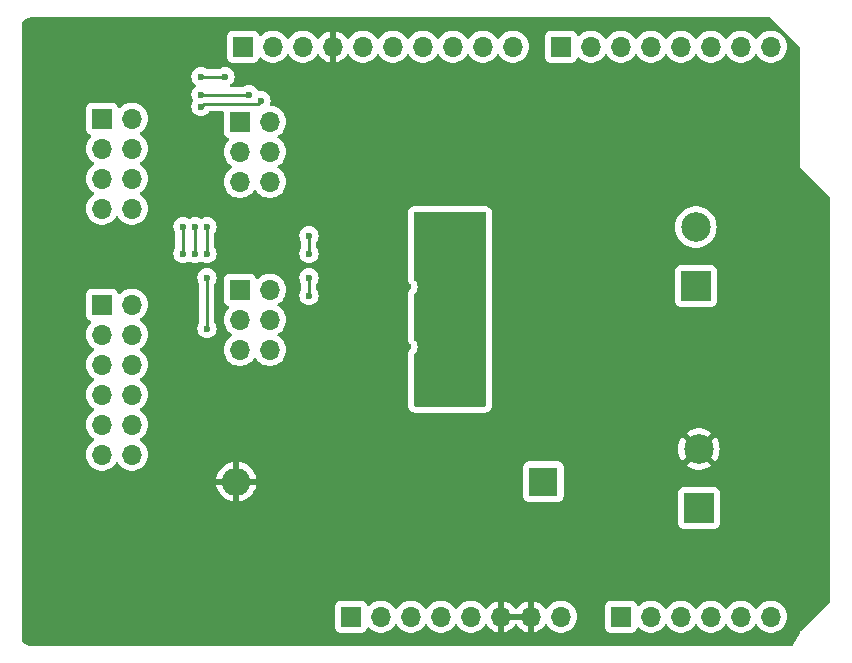
<source format=gbr>
%TF.GenerationSoftware,KiCad,Pcbnew,7.0.1*%
%TF.CreationDate,2023-05-22T01:14:16-06:00*%
%TF.ProjectId,MegaMoto_Driver_Shield,4d656761-4d6f-4746-9f5f-447269766572,rev?*%
%TF.SameCoordinates,Original*%
%TF.FileFunction,Copper,L2,Bot*%
%TF.FilePolarity,Positive*%
%FSLAX46Y46*%
G04 Gerber Fmt 4.6, Leading zero omitted, Abs format (unit mm)*
G04 Created by KiCad (PCBNEW 7.0.1) date 2023-05-22 01:14:16*
%MOMM*%
%LPD*%
G01*
G04 APERTURE LIST*
%TA.AperFunction,ComponentPad*%
%ADD10R,1.700000X1.700000*%
%TD*%
%TA.AperFunction,ComponentPad*%
%ADD11O,1.700000X1.700000*%
%TD*%
%TA.AperFunction,ComponentPad*%
%ADD12R,2.500000X2.500000*%
%TD*%
%TA.AperFunction,ComponentPad*%
%ADD13C,2.500000*%
%TD*%
%TA.AperFunction,ComponentPad*%
%ADD14R,2.400000X2.400000*%
%TD*%
%TA.AperFunction,ComponentPad*%
%ADD15O,2.400000X2.400000*%
%TD*%
%TA.AperFunction,ViaPad*%
%ADD16C,0.600000*%
%TD*%
%TA.AperFunction,Conductor*%
%ADD17C,0.254000*%
%TD*%
G04 APERTURE END LIST*
D10*
%TO.P,J1,1,Pin_1*%
%TO.N,unconnected-(J1-Pin_1-Pad1)*%
X127940000Y-97460000D03*
D11*
%TO.P,J1,2,Pin_2*%
%TO.N,unconnected-(J1-Pin_2-Pad2)*%
X130480000Y-97460000D03*
%TO.P,J1,3,Pin_3*%
%TO.N,unconnected-(J1-Pin_3-Pad3)*%
X133020000Y-97460000D03*
%TO.P,J1,4,Pin_4*%
%TO.N,unconnected-(J1-Pin_4-Pad4)*%
X135560000Y-97460000D03*
%TO.P,J1,5,Pin_5*%
%TO.N,+5V*%
X138100000Y-97460000D03*
%TO.P,J1,6,Pin_6*%
%TO.N,GND*%
X140640000Y-97460000D03*
%TO.P,J1,7,Pin_7*%
X143180000Y-97460000D03*
%TO.P,J1,8,Pin_8*%
%TO.N,unconnected-(J1-Pin_8-Pad8)*%
X145720000Y-97460000D03*
%TD*%
D10*
%TO.P,J3,1,Pin_1*%
%TO.N,A0*%
X150800000Y-97460000D03*
D11*
%TO.P,J3,2,Pin_2*%
%TO.N,A1*%
X153340000Y-97460000D03*
%TO.P,J3,3,Pin_3*%
%TO.N,A2*%
X155880000Y-97460000D03*
%TO.P,J3,4,Pin_4*%
%TO.N,A3*%
X158420000Y-97460000D03*
%TO.P,J3,5,Pin_5*%
%TO.N,A4*%
X160960000Y-97460000D03*
%TO.P,J3,6,Pin_6*%
%TO.N,A5*%
X163500000Y-97460000D03*
%TD*%
D10*
%TO.P,J2,1,Pin_1*%
%TO.N,unconnected-(J2-Pin_1-Pad1)*%
X118796000Y-49200000D03*
D11*
%TO.P,J2,2,Pin_2*%
%TO.N,unconnected-(J2-Pin_2-Pad2)*%
X121336000Y-49200000D03*
%TO.P,J2,3,Pin_3*%
%TO.N,unconnected-(J2-Pin_3-Pad3)*%
X123876000Y-49200000D03*
%TO.P,J2,4,Pin_4*%
%TO.N,GND*%
X126416000Y-49200000D03*
%TO.P,J2,5,Pin_5*%
%TO.N,D13*%
X128956000Y-49200000D03*
%TO.P,J2,6,Pin_6*%
%TO.N,D12*%
X131496000Y-49200000D03*
%TO.P,J2,7,Pin_7*%
%TO.N,PWM11*%
X134036000Y-49200000D03*
%TO.P,J2,8,Pin_8*%
%TO.N,PWM10*%
X136576000Y-49200000D03*
%TO.P,J2,9,Pin_9*%
%TO.N,PWM9*%
X139116000Y-49200000D03*
%TO.P,J2,10,Pin_10*%
%TO.N,D8*%
X141656000Y-49200000D03*
%TD*%
D10*
%TO.P,J4,1,Pin_1*%
%TO.N,unconnected-(J4-Pin_1-Pad1)*%
X145720000Y-49200000D03*
D11*
%TO.P,J4,2,Pin_2*%
%TO.N,PWM6*%
X148260000Y-49200000D03*
%TO.P,J4,3,Pin_3*%
%TO.N,PWM5*%
X150800000Y-49200000D03*
%TO.P,J4,4,Pin_4*%
%TO.N,unconnected-(J4-Pin_4-Pad4)*%
X153340000Y-49200000D03*
%TO.P,J4,5,Pin_5*%
%TO.N,PWM3*%
X155880000Y-49200000D03*
%TO.P,J4,6,Pin_6*%
%TO.N,unconnected-(J4-Pin_6-Pad6)*%
X158420000Y-49200000D03*
%TO.P,J4,7,Pin_7*%
%TO.N,unconnected-(J4-Pin_7-Pad7)*%
X160960000Y-49200000D03*
%TO.P,J4,8,Pin_8*%
%TO.N,unconnected-(J4-Pin_8-Pad8)*%
X163500000Y-49200000D03*
%TD*%
D12*
%TO.P,J7,1,Pin_1*%
%TO.N,OUT_B*%
X157150000Y-69480000D03*
D13*
%TO.P,J7,2,Pin_2*%
%TO.N,OUT_A*%
X157150000Y-64480000D03*
%TD*%
D10*
%TO.P,J8,1,Pin_1*%
%TO.N,PWM5*%
X118537000Y-69789000D03*
D11*
%TO.P,J8,2,Pin_2*%
%TO.N,/PWM-B*%
X121077000Y-69789000D03*
%TO.P,J8,3,Pin_3*%
%TO.N,PWM10*%
X118537000Y-72329000D03*
%TO.P,J8,4,Pin_4*%
%TO.N,/PWM-B*%
X121077000Y-72329000D03*
%TO.P,J8,5,Pin_5*%
%TO.N,PWM3*%
X118537000Y-74869000D03*
%TO.P,J8,6,Pin_6*%
%TO.N,/PWM-B*%
X121077000Y-74869000D03*
%TD*%
D10*
%TO.P,J5,1,Pin_1*%
%TO.N,D13*%
X106858000Y-55296000D03*
D11*
%TO.P,J5,2,Pin_2*%
%TO.N,ENABLE*%
X109398000Y-55296000D03*
%TO.P,J5,3,Pin_3*%
%TO.N,D12*%
X106858000Y-57836000D03*
%TO.P,J5,4,Pin_4*%
%TO.N,ENABLE*%
X109398000Y-57836000D03*
%TO.P,J5,5,Pin_5*%
%TO.N,D8*%
X106858000Y-60376000D03*
%TO.P,J5,6,Pin_6*%
%TO.N,ENABLE*%
X109398000Y-60376000D03*
%TO.P,J5,7,Pin_7*%
%TO.N,+5V*%
X106858000Y-62916000D03*
%TO.P,J5,8,Pin_8*%
%TO.N,ENABLE*%
X109398000Y-62916000D03*
%TD*%
D10*
%TO.P,J10,1,Pin_1*%
%TO.N,A0*%
X106858000Y-71044000D03*
D11*
%TO.P,J10,2,Pin_2*%
%TO.N,CURR-B*%
X109398000Y-71044000D03*
%TO.P,J10,3,Pin_3*%
%TO.N,A1*%
X106858000Y-73584000D03*
%TO.P,J10,4,Pin_4*%
%TO.N,CURR-B*%
X109398000Y-73584000D03*
%TO.P,J10,5,Pin_5*%
%TO.N,A2*%
X106858000Y-76124000D03*
%TO.P,J10,6,Pin_6*%
%TO.N,CURR-B*%
X109398000Y-76124000D03*
%TO.P,J10,7,Pin_7*%
%TO.N,A3*%
X106858000Y-78664000D03*
%TO.P,J10,8,Pin_8*%
%TO.N,CURR-A*%
X109398000Y-78664000D03*
%TO.P,J10,9,Pin_9*%
%TO.N,A4*%
X106858000Y-81204000D03*
%TO.P,J10,10,Pin_10*%
%TO.N,CURR-A*%
X109398000Y-81204000D03*
%TO.P,J10,11,Pin_11*%
%TO.N,A5*%
X106858000Y-83744000D03*
%TO.P,J10,12,Pin_12*%
%TO.N,CURR-A*%
X109398000Y-83744000D03*
%TD*%
D14*
%TO.P,C3,1*%
%TO.N,VCC*%
X144242000Y-86030000D03*
D15*
%TO.P,C3,2*%
%TO.N,GND*%
X118242000Y-86030000D03*
%TD*%
D11*
%TO.P,J9,6,Pin_6*%
%TO.N,/PWM-A*%
X121077000Y-60645000D03*
%TO.P,J9,5,Pin_5*%
%TO.N,PWM11*%
X118537000Y-60645000D03*
%TO.P,J9,4,Pin_4*%
%TO.N,/PWM-A*%
X121077000Y-58105000D03*
%TO.P,J9,3,Pin_3*%
%TO.N,PWM9*%
X118537000Y-58105000D03*
%TO.P,J9,2,Pin_2*%
%TO.N,/PWM-A*%
X121077000Y-55565000D03*
D10*
%TO.P,J9,1,Pin_1*%
%TO.N,PWM6*%
X118537000Y-55565000D03*
%TD*%
D12*
%TO.P,J6,1,Pin_1*%
%TO.N,VCC*%
X157404000Y-88276000D03*
D13*
%TO.P,J6,2,Pin_2*%
%TO.N,GND*%
X157404000Y-83276000D03*
%TD*%
D16*
%TO.N,GND*%
X132766000Y-69520000D03*
X132766000Y-74600000D03*
%TO.N,VCC*%
X138354000Y-79172000D03*
X137334395Y-79156861D03*
X136322000Y-79172000D03*
X135306000Y-79172000D03*
X134290000Y-79172000D03*
X138354000Y-78156000D03*
X137338000Y-78156000D03*
X136322000Y-78156000D03*
X135306000Y-78156000D03*
X134290000Y-78156000D03*
%TO.N,GND*%
X117021951Y-62613912D03*
%TO.N,PWM3*%
X115748000Y-73076000D03*
X115748000Y-68758000D03*
X115748000Y-66726000D03*
X115748000Y-64440000D03*
X115240000Y-54280000D03*
%TO.N,PWM5*%
X114732000Y-66726000D03*
%TO.N,PWM3*%
X120320000Y-53772000D03*
%TO.N,PWM5*%
X114732000Y-64440000D03*
X115240000Y-53264000D03*
X119304000Y-53264000D03*
%TO.N,PWM10*%
X113716000Y-64440000D03*
X115240000Y-51740000D03*
X113716000Y-66726000D03*
X117272000Y-51740000D03*
%TO.N,ENABLE*%
X124384000Y-65202000D03*
X124384000Y-66726000D03*
X124384000Y-70282000D03*
X124384000Y-68758000D03*
%TO.N,GND*%
X129150725Y-74052483D03*
X151950810Y-82917486D03*
X133694636Y-61154901D03*
X166040000Y-84760000D03*
X163500000Y-84760000D03*
X162230000Y-84760000D03*
X164770000Y-84760000D03*
X166040000Y-83744000D03*
X163500000Y-83744000D03*
X162230000Y-83744000D03*
X164770000Y-83744000D03*
X166040000Y-82728000D03*
X163500000Y-82728000D03*
X162230000Y-82728000D03*
X164770000Y-82728000D03*
X166040000Y-81712000D03*
X164770000Y-81712000D03*
X163500000Y-81712000D03*
X162230000Y-81712000D03*
X166040000Y-80696000D03*
X164770000Y-80696000D03*
X163500000Y-80696000D03*
X162230000Y-80696000D03*
X152832000Y-80696000D03*
X151816000Y-80696000D03*
X150819465Y-80687468D03*
X149784000Y-80696000D03*
X152832000Y-81712000D03*
X151816000Y-81712000D03*
X150800000Y-81712000D03*
X149784000Y-81712000D03*
X129711511Y-79207564D03*
X115488713Y-77106865D03*
X111634256Y-54996342D03*
X128903311Y-64946243D03*
X128413968Y-61391338D03*
%TO.N,VCC*%
X138354000Y-65710000D03*
X137338000Y-65710000D03*
X136322000Y-65710000D03*
X135306000Y-65710000D03*
X134290000Y-65710000D03*
X138354000Y-64694000D03*
X137338000Y-64694000D03*
X136322000Y-64694000D03*
X135306000Y-64694000D03*
X134290000Y-64694000D03*
%TO.N,GND*%
X138354000Y-54026000D03*
X137338000Y-54026000D03*
X136322000Y-54026000D03*
X135306000Y-54026000D03*
X134290000Y-54788000D03*
X135306000Y-54788000D03*
X136322000Y-54788000D03*
X137338000Y-54788000D03*
X138354000Y-54788000D03*
X134290000Y-54026000D03*
%TD*%
D17*
%TO.N,PWM3*%
X115748000Y-68758000D02*
X115748000Y-73076000D01*
%TO.N,PWM5*%
X114732000Y-64440000D02*
X114732000Y-66726000D01*
%TO.N,PWM3*%
X115748000Y-64440000D02*
X115748000Y-66726000D01*
X117780000Y-54026000D02*
X115494000Y-54026000D01*
X115494000Y-54026000D02*
X115240000Y-54280000D01*
X117780000Y-54026000D02*
X117526000Y-54026000D01*
X120066000Y-54026000D02*
X117780000Y-54026000D01*
%TO.N,PWM10*%
X113716000Y-64440000D02*
X113716000Y-66726000D01*
%TO.N,PWM3*%
X120320000Y-53772000D02*
X120066000Y-54026000D01*
%TO.N,PWM5*%
X119304000Y-53264000D02*
X115240000Y-53264000D01*
%TO.N,PWM10*%
X117272000Y-51740000D02*
X115240000Y-51740000D01*
%TO.N,ENABLE*%
X124384000Y-66726000D02*
X124384000Y-65202000D01*
X124384000Y-70282000D02*
X124384000Y-68758000D01*
%TD*%
%TA.AperFunction,Conductor*%
%TO.N,GND*%
G36*
X163464818Y-46744939D02*
G01*
X163505046Y-46771819D01*
X165928181Y-49194954D01*
X165955061Y-49235182D01*
X165964500Y-49282635D01*
X165964500Y-59315015D01*
X165961962Y-59334287D01*
X165964028Y-59357896D01*
X165964500Y-59368703D01*
X165964500Y-59381116D01*
X165967075Y-59392733D01*
X165967182Y-59393956D01*
X165971651Y-59403541D01*
X165978451Y-59411644D01*
X165978452Y-59411645D01*
X165979500Y-59412250D01*
X166005185Y-59431958D01*
X168468181Y-61894954D01*
X168495061Y-61935182D01*
X168504500Y-61982635D01*
X168504500Y-96107364D01*
X168495061Y-96154817D01*
X168468181Y-96195045D01*
X166018418Y-98644806D01*
X166003001Y-98656636D01*
X165987760Y-98674799D01*
X165980463Y-98682762D01*
X165971683Y-98691542D01*
X165965290Y-98701577D01*
X165964501Y-98702516D01*
X165960880Y-98712464D01*
X165959959Y-98722996D01*
X165960275Y-98724174D01*
X165964500Y-98756268D01*
X165964500Y-98821488D01*
X165946829Y-98885284D01*
X165377747Y-99833756D01*
X165359422Y-99864297D01*
X165314188Y-99908405D01*
X165253093Y-99924500D01*
X100768093Y-99924500D01*
X100755939Y-99923903D01*
X100747995Y-99923120D01*
X100640221Y-99912505D01*
X100616381Y-99907763D01*
X100599445Y-99902625D01*
X100510968Y-99875786D01*
X100488517Y-99866486D01*
X100391372Y-99814561D01*
X100371160Y-99801056D01*
X100286011Y-99731176D01*
X100268823Y-99713988D01*
X100198943Y-99628839D01*
X100185438Y-99608627D01*
X100133510Y-99511476D01*
X100124215Y-99489037D01*
X100092234Y-99383612D01*
X100087494Y-99359777D01*
X100076097Y-99244061D01*
X100075500Y-99231907D01*
X100075500Y-98358634D01*
X126581500Y-98358634D01*
X126588011Y-98419205D01*
X126639110Y-98556203D01*
X126726738Y-98673261D01*
X126843796Y-98760889D01*
X126980794Y-98811988D01*
X126980797Y-98811988D01*
X126980799Y-98811989D01*
X127041362Y-98818500D01*
X128838634Y-98818500D01*
X128838638Y-98818500D01*
X128899201Y-98811989D01*
X128899203Y-98811988D01*
X128899205Y-98811988D01*
X128981097Y-98781443D01*
X129036204Y-98760889D01*
X129153261Y-98673261D01*
X129240889Y-98556204D01*
X129286137Y-98434889D01*
X129322089Y-98383677D01*
X129378471Y-98356539D01*
X129440925Y-98360387D01*
X129493548Y-98394241D01*
X129530969Y-98434890D01*
X129556760Y-98462906D01*
X129734424Y-98601189D01*
X129932426Y-98708342D01*
X130145365Y-98781444D01*
X130367431Y-98818500D01*
X130592569Y-98818500D01*
X130814635Y-98781444D01*
X131027574Y-98708342D01*
X131225576Y-98601189D01*
X131403240Y-98462906D01*
X131555722Y-98297268D01*
X131646190Y-98158795D01*
X131690982Y-98117561D01*
X131750000Y-98102616D01*
X131809018Y-98117561D01*
X131853809Y-98158795D01*
X131944278Y-98297268D01*
X132096760Y-98462906D01*
X132274424Y-98601189D01*
X132472426Y-98708342D01*
X132685365Y-98781444D01*
X132907431Y-98818500D01*
X133132569Y-98818500D01*
X133354635Y-98781444D01*
X133567574Y-98708342D01*
X133765576Y-98601189D01*
X133943240Y-98462906D01*
X134095722Y-98297268D01*
X134186190Y-98158795D01*
X134230982Y-98117561D01*
X134290000Y-98102616D01*
X134349018Y-98117561D01*
X134393809Y-98158795D01*
X134484278Y-98297268D01*
X134636760Y-98462906D01*
X134814424Y-98601189D01*
X135012426Y-98708342D01*
X135225365Y-98781444D01*
X135447431Y-98818500D01*
X135672569Y-98818500D01*
X135894635Y-98781444D01*
X136107574Y-98708342D01*
X136305576Y-98601189D01*
X136483240Y-98462906D01*
X136635722Y-98297268D01*
X136726190Y-98158795D01*
X136770982Y-98117561D01*
X136830000Y-98102616D01*
X136889018Y-98117561D01*
X136933809Y-98158795D01*
X137024278Y-98297268D01*
X137176760Y-98462906D01*
X137354424Y-98601189D01*
X137552426Y-98708342D01*
X137765365Y-98781444D01*
X137987431Y-98818500D01*
X138212569Y-98818500D01*
X138434635Y-98781444D01*
X138647574Y-98708342D01*
X138845576Y-98601189D01*
X139023240Y-98462906D01*
X139175722Y-98297268D01*
X139269748Y-98153349D01*
X139313663Y-98112595D01*
X139371562Y-98097188D01*
X139429926Y-98110726D01*
X139475131Y-98150048D01*
X139601892Y-98331080D01*
X139768918Y-98498106D01*
X139962423Y-98633600D01*
X140176507Y-98733430D01*
X140389999Y-98790635D01*
X140390000Y-98790636D01*
X140390000Y-97710000D01*
X140890000Y-97710000D01*
X140890000Y-98790635D01*
X141103492Y-98733430D01*
X141317576Y-98633600D01*
X141511081Y-98498106D01*
X141678106Y-98331081D01*
X141808425Y-98144968D01*
X141852743Y-98106103D01*
X141910000Y-98092092D01*
X141967257Y-98106103D01*
X142011575Y-98144968D01*
X142141893Y-98331081D01*
X142308918Y-98498106D01*
X142502423Y-98633600D01*
X142716507Y-98733430D01*
X142929999Y-98790635D01*
X142930000Y-98790636D01*
X142930000Y-98790635D01*
X143430000Y-98790635D01*
X143643492Y-98733430D01*
X143857576Y-98633600D01*
X144051081Y-98498106D01*
X144218106Y-98331081D01*
X144344868Y-98150048D01*
X144390072Y-98110726D01*
X144448436Y-98097188D01*
X144506335Y-98112595D01*
X144550252Y-98153351D01*
X144644276Y-98297267D01*
X144723824Y-98383677D01*
X144796760Y-98462906D01*
X144974424Y-98601189D01*
X145172426Y-98708342D01*
X145385365Y-98781444D01*
X145607431Y-98818500D01*
X145832569Y-98818500D01*
X146054635Y-98781444D01*
X146267574Y-98708342D01*
X146465576Y-98601189D01*
X146643240Y-98462906D01*
X146739230Y-98358634D01*
X149441500Y-98358634D01*
X149448011Y-98419205D01*
X149499110Y-98556203D01*
X149586738Y-98673261D01*
X149703796Y-98760889D01*
X149840794Y-98811988D01*
X149840797Y-98811988D01*
X149840799Y-98811989D01*
X149901362Y-98818500D01*
X151698634Y-98818500D01*
X151698638Y-98818500D01*
X151759201Y-98811989D01*
X151759203Y-98811988D01*
X151759205Y-98811988D01*
X151841097Y-98781443D01*
X151896204Y-98760889D01*
X152013261Y-98673261D01*
X152100889Y-98556204D01*
X152146137Y-98434889D01*
X152182089Y-98383677D01*
X152238471Y-98356539D01*
X152300925Y-98360387D01*
X152353548Y-98394241D01*
X152390969Y-98434890D01*
X152416760Y-98462906D01*
X152594424Y-98601189D01*
X152792426Y-98708342D01*
X153005365Y-98781444D01*
X153227431Y-98818500D01*
X153452569Y-98818500D01*
X153674635Y-98781444D01*
X153887574Y-98708342D01*
X154085576Y-98601189D01*
X154263240Y-98462906D01*
X154415722Y-98297268D01*
X154506190Y-98158795D01*
X154550982Y-98117561D01*
X154610000Y-98102616D01*
X154669018Y-98117561D01*
X154713809Y-98158795D01*
X154804278Y-98297268D01*
X154956760Y-98462906D01*
X155134424Y-98601189D01*
X155332426Y-98708342D01*
X155545365Y-98781444D01*
X155767431Y-98818500D01*
X155992569Y-98818500D01*
X156214635Y-98781444D01*
X156427574Y-98708342D01*
X156625576Y-98601189D01*
X156803240Y-98462906D01*
X156955722Y-98297268D01*
X157046190Y-98158795D01*
X157090982Y-98117561D01*
X157150000Y-98102616D01*
X157209018Y-98117561D01*
X157253809Y-98158795D01*
X157344278Y-98297268D01*
X157496760Y-98462906D01*
X157674424Y-98601189D01*
X157872426Y-98708342D01*
X158085365Y-98781444D01*
X158307431Y-98818500D01*
X158532569Y-98818500D01*
X158754635Y-98781444D01*
X158967574Y-98708342D01*
X159165576Y-98601189D01*
X159343240Y-98462906D01*
X159495722Y-98297268D01*
X159586190Y-98158795D01*
X159630982Y-98117561D01*
X159690000Y-98102616D01*
X159749018Y-98117561D01*
X159793809Y-98158795D01*
X159884278Y-98297268D01*
X160036760Y-98462906D01*
X160214424Y-98601189D01*
X160412426Y-98708342D01*
X160625365Y-98781444D01*
X160847431Y-98818500D01*
X161072569Y-98818500D01*
X161294635Y-98781444D01*
X161507574Y-98708342D01*
X161705576Y-98601189D01*
X161883240Y-98462906D01*
X162035722Y-98297268D01*
X162126190Y-98158795D01*
X162170982Y-98117561D01*
X162230000Y-98102616D01*
X162289018Y-98117561D01*
X162333809Y-98158795D01*
X162424278Y-98297268D01*
X162576760Y-98462906D01*
X162754424Y-98601189D01*
X162952426Y-98708342D01*
X163165365Y-98781444D01*
X163387431Y-98818500D01*
X163612569Y-98818500D01*
X163834635Y-98781444D01*
X164047574Y-98708342D01*
X164245576Y-98601189D01*
X164423240Y-98462906D01*
X164575722Y-98297268D01*
X164698860Y-98108791D01*
X164789296Y-97902616D01*
X164844564Y-97684368D01*
X164863156Y-97460000D01*
X164844564Y-97235632D01*
X164789296Y-97017384D01*
X164698860Y-96811209D01*
X164575722Y-96622732D01*
X164423240Y-96457094D01*
X164245576Y-96318811D01*
X164047574Y-96211658D01*
X164047573Y-96211657D01*
X164047572Y-96211657D01*
X163834636Y-96138556D01*
X163612569Y-96101500D01*
X163387431Y-96101500D01*
X163165363Y-96138556D01*
X162952427Y-96211657D01*
X162754424Y-96318811D01*
X162576760Y-96457094D01*
X162424279Y-96622730D01*
X162333809Y-96761205D01*
X162289017Y-96802438D01*
X162230000Y-96817383D01*
X162170983Y-96802438D01*
X162126191Y-96761205D01*
X162035723Y-96622734D01*
X162035722Y-96622732D01*
X161883240Y-96457094D01*
X161705576Y-96318811D01*
X161507574Y-96211658D01*
X161507573Y-96211657D01*
X161507572Y-96211657D01*
X161294636Y-96138556D01*
X161072569Y-96101500D01*
X160847431Y-96101500D01*
X160625363Y-96138556D01*
X160412427Y-96211657D01*
X160214424Y-96318811D01*
X160036760Y-96457094D01*
X159884279Y-96622730D01*
X159793809Y-96761205D01*
X159749017Y-96802438D01*
X159690000Y-96817383D01*
X159630983Y-96802438D01*
X159586191Y-96761205D01*
X159495723Y-96622734D01*
X159495722Y-96622732D01*
X159343240Y-96457094D01*
X159165576Y-96318811D01*
X158967574Y-96211658D01*
X158967573Y-96211657D01*
X158967572Y-96211657D01*
X158754636Y-96138556D01*
X158532569Y-96101500D01*
X158307431Y-96101500D01*
X158085363Y-96138556D01*
X157872427Y-96211657D01*
X157674424Y-96318811D01*
X157496760Y-96457094D01*
X157344279Y-96622730D01*
X157253809Y-96761205D01*
X157209017Y-96802438D01*
X157150000Y-96817383D01*
X157090983Y-96802438D01*
X157046191Y-96761205D01*
X156955723Y-96622734D01*
X156955722Y-96622732D01*
X156803240Y-96457094D01*
X156625576Y-96318811D01*
X156427574Y-96211658D01*
X156427573Y-96211657D01*
X156427572Y-96211657D01*
X156214636Y-96138556D01*
X155992569Y-96101500D01*
X155767431Y-96101500D01*
X155545363Y-96138556D01*
X155332427Y-96211657D01*
X155134424Y-96318811D01*
X154956760Y-96457094D01*
X154804279Y-96622730D01*
X154713809Y-96761205D01*
X154669017Y-96802438D01*
X154610000Y-96817383D01*
X154550983Y-96802438D01*
X154506191Y-96761205D01*
X154415723Y-96622734D01*
X154415722Y-96622732D01*
X154263240Y-96457094D01*
X154085576Y-96318811D01*
X153887574Y-96211658D01*
X153887573Y-96211657D01*
X153887572Y-96211657D01*
X153674636Y-96138556D01*
X153452569Y-96101500D01*
X153227431Y-96101500D01*
X153005363Y-96138556D01*
X152792427Y-96211657D01*
X152594424Y-96318811D01*
X152416759Y-96457094D01*
X152353548Y-96525759D01*
X152300924Y-96559612D01*
X152238470Y-96563460D01*
X152182089Y-96536322D01*
X152146138Y-96485110D01*
X152121427Y-96418861D01*
X152100889Y-96363796D01*
X152042951Y-96286400D01*
X152013261Y-96246738D01*
X151896203Y-96159110D01*
X151759205Y-96108011D01*
X151728919Y-96104755D01*
X151698638Y-96101500D01*
X149901362Y-96101500D01*
X149874445Y-96104393D01*
X149840794Y-96108011D01*
X149703796Y-96159110D01*
X149586738Y-96246738D01*
X149499110Y-96363796D01*
X149448011Y-96500794D01*
X149444393Y-96534445D01*
X149441689Y-96559612D01*
X149441500Y-96561366D01*
X149441500Y-98358634D01*
X146739230Y-98358634D01*
X146795722Y-98297268D01*
X146918860Y-98108791D01*
X147009296Y-97902616D01*
X147064564Y-97684368D01*
X147083156Y-97460000D01*
X147064564Y-97235632D01*
X147009296Y-97017384D01*
X146918860Y-96811209D01*
X146795722Y-96622732D01*
X146643240Y-96457094D01*
X146465576Y-96318811D01*
X146267574Y-96211658D01*
X146267573Y-96211657D01*
X146267572Y-96211657D01*
X146054636Y-96138556D01*
X145832569Y-96101500D01*
X145607431Y-96101500D01*
X145385363Y-96138556D01*
X145172427Y-96211657D01*
X144974424Y-96318811D01*
X144796760Y-96457094D01*
X144644275Y-96622734D01*
X144550250Y-96766650D01*
X144506334Y-96807405D01*
X144448435Y-96822812D01*
X144390071Y-96809274D01*
X144344867Y-96769951D01*
X144218109Y-96588921D01*
X144051081Y-96421893D01*
X143857576Y-96286399D01*
X143643492Y-96186569D01*
X143430000Y-96129364D01*
X143430000Y-98790635D01*
X142930000Y-98790635D01*
X142930000Y-97710000D01*
X140890000Y-97710000D01*
X140390000Y-97710000D01*
X140390000Y-97210000D01*
X140890000Y-97210000D01*
X142930000Y-97210000D01*
X142930000Y-96129364D01*
X142929999Y-96129364D01*
X142716507Y-96186569D01*
X142502421Y-96286400D01*
X142308921Y-96421890D01*
X142141893Y-96588918D01*
X142011575Y-96775032D01*
X141967257Y-96813897D01*
X141910000Y-96827908D01*
X141852743Y-96813897D01*
X141808425Y-96775032D01*
X141678106Y-96588918D01*
X141511081Y-96421893D01*
X141317576Y-96286399D01*
X141103492Y-96186569D01*
X140890000Y-96129364D01*
X140890000Y-97210000D01*
X140390000Y-97210000D01*
X140390000Y-96129364D01*
X140389999Y-96129364D01*
X140176507Y-96186569D01*
X139962421Y-96286400D01*
X139768921Y-96421890D01*
X139601893Y-96588918D01*
X139475132Y-96769952D01*
X139429928Y-96809274D01*
X139371564Y-96822812D01*
X139313665Y-96807405D01*
X139269748Y-96766649D01*
X139175723Y-96622732D01*
X139086451Y-96525759D01*
X139023240Y-96457094D01*
X138845576Y-96318811D01*
X138647574Y-96211658D01*
X138647573Y-96211657D01*
X138647572Y-96211657D01*
X138434636Y-96138556D01*
X138212569Y-96101500D01*
X137987431Y-96101500D01*
X137765363Y-96138556D01*
X137552427Y-96211657D01*
X137354424Y-96318811D01*
X137176760Y-96457094D01*
X137024279Y-96622730D01*
X136933809Y-96761205D01*
X136889017Y-96802438D01*
X136830000Y-96817383D01*
X136770983Y-96802438D01*
X136726191Y-96761205D01*
X136635723Y-96622734D01*
X136635722Y-96622732D01*
X136483240Y-96457094D01*
X136305576Y-96318811D01*
X136107574Y-96211658D01*
X136107573Y-96211657D01*
X136107572Y-96211657D01*
X135894636Y-96138556D01*
X135672569Y-96101500D01*
X135447431Y-96101500D01*
X135225363Y-96138556D01*
X135012427Y-96211657D01*
X134814424Y-96318811D01*
X134636760Y-96457094D01*
X134484279Y-96622730D01*
X134393809Y-96761205D01*
X134349017Y-96802438D01*
X134290000Y-96817383D01*
X134230983Y-96802438D01*
X134186191Y-96761205D01*
X134095723Y-96622734D01*
X134095722Y-96622732D01*
X133943240Y-96457094D01*
X133765576Y-96318811D01*
X133567574Y-96211658D01*
X133567573Y-96211657D01*
X133567572Y-96211657D01*
X133354636Y-96138556D01*
X133132569Y-96101500D01*
X132907431Y-96101500D01*
X132685363Y-96138556D01*
X132472427Y-96211657D01*
X132274424Y-96318811D01*
X132096760Y-96457094D01*
X131944279Y-96622730D01*
X131853809Y-96761205D01*
X131809017Y-96802438D01*
X131750000Y-96817383D01*
X131690983Y-96802438D01*
X131646191Y-96761205D01*
X131555723Y-96622734D01*
X131555722Y-96622732D01*
X131403240Y-96457094D01*
X131225576Y-96318811D01*
X131027574Y-96211658D01*
X131027573Y-96211657D01*
X131027572Y-96211657D01*
X130814636Y-96138556D01*
X130592569Y-96101500D01*
X130367431Y-96101500D01*
X130145363Y-96138556D01*
X129932427Y-96211657D01*
X129734424Y-96318811D01*
X129556759Y-96457094D01*
X129493548Y-96525759D01*
X129440924Y-96559612D01*
X129378470Y-96563460D01*
X129322089Y-96536322D01*
X129286138Y-96485110D01*
X129261427Y-96418861D01*
X129240889Y-96363796D01*
X129182951Y-96286400D01*
X129153261Y-96246738D01*
X129036203Y-96159110D01*
X128899205Y-96108011D01*
X128868919Y-96104755D01*
X128838638Y-96101500D01*
X127041362Y-96101500D01*
X127014445Y-96104393D01*
X126980794Y-96108011D01*
X126843796Y-96159110D01*
X126726738Y-96246738D01*
X126639110Y-96363796D01*
X126588011Y-96500794D01*
X126584393Y-96534445D01*
X126581689Y-96559612D01*
X126581500Y-96561366D01*
X126581500Y-98358634D01*
X100075500Y-98358634D01*
X100075500Y-89574634D01*
X155645500Y-89574634D01*
X155652011Y-89635205D01*
X155703110Y-89772203D01*
X155790738Y-89889261D01*
X155907796Y-89976889D01*
X156044794Y-90027988D01*
X156044797Y-90027988D01*
X156044799Y-90027989D01*
X156105362Y-90034500D01*
X158702634Y-90034500D01*
X158702638Y-90034500D01*
X158763201Y-90027989D01*
X158763203Y-90027988D01*
X158763205Y-90027988D01*
X158841124Y-89998924D01*
X158900204Y-89976889D01*
X159017261Y-89889261D01*
X159104889Y-89772204D01*
X159155989Y-89635201D01*
X159162500Y-89574638D01*
X159162500Y-86977362D01*
X159155989Y-86916799D01*
X159155988Y-86916797D01*
X159155988Y-86916794D01*
X159104889Y-86779796D01*
X159017261Y-86662738D01*
X158900203Y-86575110D01*
X158763205Y-86524011D01*
X158732919Y-86520755D01*
X158702638Y-86517500D01*
X156105362Y-86517500D01*
X156078445Y-86520393D01*
X156044794Y-86524011D01*
X155907796Y-86575110D01*
X155790738Y-86662738D01*
X155703110Y-86779796D01*
X155652011Y-86916794D01*
X155645500Y-86977366D01*
X155645500Y-89574634D01*
X100075500Y-89574634D01*
X100075500Y-86280000D01*
X116555968Y-86280000D01*
X116556273Y-86284080D01*
X116612971Y-86532491D01*
X116706057Y-86769669D01*
X116833454Y-86990328D01*
X116992317Y-87189536D01*
X117179095Y-87362841D01*
X117389615Y-87506371D01*
X117619179Y-87616922D01*
X117862654Y-87692025D01*
X117992000Y-87711520D01*
X117992000Y-86280000D01*
X118492000Y-86280000D01*
X118492000Y-87711520D01*
X118621345Y-87692025D01*
X118864823Y-87616921D01*
X119094379Y-87506374D01*
X119304907Y-87362839D01*
X119395658Y-87278634D01*
X142533500Y-87278634D01*
X142540011Y-87339205D01*
X142591110Y-87476203D01*
X142678738Y-87593261D01*
X142795796Y-87680889D01*
X142932794Y-87731988D01*
X142932797Y-87731988D01*
X142932799Y-87731989D01*
X142993362Y-87738500D01*
X145490634Y-87738500D01*
X145490638Y-87738500D01*
X145551201Y-87731989D01*
X145551203Y-87731988D01*
X145551205Y-87731988D01*
X145629124Y-87702924D01*
X145688204Y-87680889D01*
X145805261Y-87593261D01*
X145892889Y-87476204D01*
X145935172Y-87362841D01*
X145943988Y-87339205D01*
X145943988Y-87339203D01*
X145943989Y-87339201D01*
X145950500Y-87278638D01*
X145950500Y-84781362D01*
X145943989Y-84720799D01*
X145943988Y-84720797D01*
X145943988Y-84720794D01*
X145928295Y-84678720D01*
X156354831Y-84678720D01*
X156526546Y-84795793D01*
X156762860Y-84909596D01*
X157013496Y-84986908D01*
X157272856Y-85026000D01*
X157535144Y-85026000D01*
X157794503Y-84986908D01*
X158045139Y-84909596D01*
X158281456Y-84795792D01*
X158453167Y-84678720D01*
X157404001Y-83629553D01*
X157404000Y-83629553D01*
X156354831Y-84678720D01*
X145928295Y-84678720D01*
X145892889Y-84583796D01*
X145805261Y-84466738D01*
X145688203Y-84379110D01*
X145551205Y-84328011D01*
X145519203Y-84324571D01*
X145490638Y-84321500D01*
X142993362Y-84321500D01*
X142966445Y-84324393D01*
X142932794Y-84328011D01*
X142795796Y-84379110D01*
X142678738Y-84466738D01*
X142591110Y-84583796D01*
X142540011Y-84720794D01*
X142533500Y-84781366D01*
X142533500Y-87278634D01*
X119395658Y-87278634D01*
X119491682Y-87189536D01*
X119650545Y-86990328D01*
X119777942Y-86769669D01*
X119871028Y-86532491D01*
X119927726Y-86284080D01*
X119928032Y-86280000D01*
X118492000Y-86280000D01*
X117992000Y-86280000D01*
X116555968Y-86280000D01*
X100075500Y-86280000D01*
X100075500Y-85779999D01*
X116555967Y-85779999D01*
X116555968Y-85780000D01*
X117992000Y-85780000D01*
X117992000Y-84348479D01*
X118492000Y-84348479D01*
X118492000Y-85780000D01*
X119928032Y-85780000D01*
X119928032Y-85779999D01*
X119927726Y-85775919D01*
X119871028Y-85527508D01*
X119777942Y-85290330D01*
X119650545Y-85069671D01*
X119491682Y-84870463D01*
X119304907Y-84697160D01*
X119094379Y-84553625D01*
X118864823Y-84443078D01*
X118621345Y-84367974D01*
X118492000Y-84348479D01*
X117992000Y-84348479D01*
X117862654Y-84367974D01*
X117619179Y-84443077D01*
X117389615Y-84553628D01*
X117179095Y-84697158D01*
X116992317Y-84870463D01*
X116833454Y-85069671D01*
X116706057Y-85290330D01*
X116612971Y-85527508D01*
X116556273Y-85775919D01*
X116555967Y-85779999D01*
X100075500Y-85779999D01*
X100075500Y-83744000D01*
X105494843Y-83744000D01*
X105513435Y-83968363D01*
X105513435Y-83968366D01*
X105513436Y-83968368D01*
X105530923Y-84037424D01*
X105568705Y-84186618D01*
X105659138Y-84392788D01*
X105659140Y-84392791D01*
X105782278Y-84581268D01*
X105934760Y-84746906D01*
X106112424Y-84885189D01*
X106310426Y-84992342D01*
X106523365Y-85065444D01*
X106745431Y-85102500D01*
X106970569Y-85102500D01*
X107192635Y-85065444D01*
X107405574Y-84992342D01*
X107603576Y-84885189D01*
X107781240Y-84746906D01*
X107933722Y-84581268D01*
X108024190Y-84442795D01*
X108068982Y-84401561D01*
X108128000Y-84386616D01*
X108187018Y-84401561D01*
X108231809Y-84442795D01*
X108247452Y-84466739D01*
X108322278Y-84581268D01*
X108474760Y-84746906D01*
X108652424Y-84885189D01*
X108850426Y-84992342D01*
X109063365Y-85065444D01*
X109285431Y-85102500D01*
X109510569Y-85102500D01*
X109732635Y-85065444D01*
X109945574Y-84992342D01*
X110143576Y-84885189D01*
X110321240Y-84746906D01*
X110473722Y-84581268D01*
X110596860Y-84392791D01*
X110687296Y-84186616D01*
X110742564Y-83968368D01*
X110761156Y-83744000D01*
X110742564Y-83519632D01*
X110687296Y-83301384D01*
X110676161Y-83275999D01*
X155649092Y-83275999D01*
X155668693Y-83537552D01*
X155727059Y-83793270D01*
X155822882Y-84037424D01*
X155954027Y-84264573D01*
X156001873Y-84324571D01*
X156001874Y-84324571D01*
X157050446Y-83276001D01*
X157757553Y-83276001D01*
X158806124Y-84324571D01*
X158853972Y-84264572D01*
X158985117Y-84037423D01*
X159080940Y-83793270D01*
X159139306Y-83537552D01*
X159158907Y-83275999D01*
X159139306Y-83014447D01*
X159080940Y-82758729D01*
X158985117Y-82514575D01*
X158853972Y-82287426D01*
X158806125Y-82227427D01*
X157757553Y-83276000D01*
X157757553Y-83276001D01*
X157050446Y-83276001D01*
X157050446Y-83276000D01*
X156001873Y-82227427D01*
X155954028Y-82287424D01*
X155822882Y-82514576D01*
X155727059Y-82758729D01*
X155668693Y-83014447D01*
X155649092Y-83275999D01*
X110676161Y-83275999D01*
X110596860Y-83095209D01*
X110473722Y-82906732D01*
X110321240Y-82741094D01*
X110143576Y-82602811D01*
X110107067Y-82583053D01*
X110059563Y-82537474D01*
X110042086Y-82474000D01*
X110059563Y-82410526D01*
X110107067Y-82364946D01*
X110143576Y-82345189D01*
X110321240Y-82206906D01*
X110473722Y-82041268D01*
X110583475Y-81873278D01*
X156354832Y-81873278D01*
X157404000Y-82922446D01*
X157404001Y-82922446D01*
X158453167Y-81873278D01*
X158281451Y-81756205D01*
X158045139Y-81642403D01*
X157794503Y-81565091D01*
X157535144Y-81526000D01*
X157272856Y-81526000D01*
X157013496Y-81565091D01*
X156762860Y-81642403D01*
X156526545Y-81756206D01*
X156354832Y-81873278D01*
X110583475Y-81873278D01*
X110596860Y-81852791D01*
X110687296Y-81646616D01*
X110742564Y-81428368D01*
X110761156Y-81204000D01*
X110742564Y-80979632D01*
X110687296Y-80761384D01*
X110596860Y-80555209D01*
X110473722Y-80366732D01*
X110321240Y-80201094D01*
X110143576Y-80062811D01*
X110107067Y-80043053D01*
X110059563Y-79997474D01*
X110042086Y-79934000D01*
X110059563Y-79870526D01*
X110107067Y-79824946D01*
X110143576Y-79805189D01*
X110321240Y-79666906D01*
X110423336Y-79556001D01*
X132760500Y-79556001D01*
X132777996Y-79688901D01*
X132794611Y-79750909D01*
X132845908Y-79874751D01*
X132927513Y-79981099D01*
X132972900Y-80026486D01*
X133079248Y-80108091D01*
X133203090Y-80159388D01*
X133203095Y-80159390D01*
X133265095Y-80176003D01*
X133364773Y-80189125D01*
X133397999Y-80193500D01*
X133398000Y-80193500D01*
X139246000Y-80193500D01*
X139246001Y-80193500D01*
X139272580Y-80190000D01*
X139378905Y-80176003D01*
X139440905Y-80159390D01*
X139564751Y-80108091D01*
X139671099Y-80026486D01*
X139716486Y-79981099D01*
X139798091Y-79874751D01*
X139849390Y-79750905D01*
X139866003Y-79688905D01*
X139883500Y-79556000D01*
X139883500Y-70778638D01*
X155391500Y-70778638D01*
X155394755Y-70808919D01*
X155398011Y-70839205D01*
X155449110Y-70976203D01*
X155536738Y-71093261D01*
X155653796Y-71180889D01*
X155790794Y-71231988D01*
X155790797Y-71231988D01*
X155790799Y-71231989D01*
X155851362Y-71238500D01*
X158448634Y-71238500D01*
X158448638Y-71238500D01*
X158509201Y-71231989D01*
X158509203Y-71231988D01*
X158509205Y-71231988D01*
X158587124Y-71202924D01*
X158646204Y-71180889D01*
X158763261Y-71093261D01*
X158850889Y-70976204D01*
X158901989Y-70839201D01*
X158908500Y-70778638D01*
X158908500Y-68181362D01*
X158901989Y-68120799D01*
X158901988Y-68120797D01*
X158901988Y-68120794D01*
X158850889Y-67983796D01*
X158763261Y-67866738D01*
X158646203Y-67779110D01*
X158509205Y-67728011D01*
X158478919Y-67724755D01*
X158448638Y-67721500D01*
X155851362Y-67721500D01*
X155824445Y-67724393D01*
X155790794Y-67728011D01*
X155653796Y-67779110D01*
X155536738Y-67866738D01*
X155449110Y-67983796D01*
X155398011Y-68120794D01*
X155394393Y-68154445D01*
X155391500Y-68181362D01*
X155391500Y-70778638D01*
X139883500Y-70778638D01*
X139883500Y-64480000D01*
X155386568Y-64480000D01*
X155406264Y-64742824D01*
X155464913Y-64999780D01*
X155561204Y-65245124D01*
X155640833Y-65383047D01*
X155692985Y-65473376D01*
X155857314Y-65679438D01*
X155857316Y-65679440D01*
X155857317Y-65679441D01*
X156050513Y-65858701D01*
X156050515Y-65858702D01*
X156050519Y-65858706D01*
X156268285Y-66007176D01*
X156505746Y-66121532D01*
X156757600Y-66199218D01*
X156971964Y-66231528D01*
X157018218Y-66238500D01*
X157018219Y-66238500D01*
X157281781Y-66238500D01*
X157281782Y-66238500D01*
X157321063Y-66232579D01*
X157542400Y-66199218D01*
X157794254Y-66121532D01*
X158031716Y-66007176D01*
X158249481Y-65858706D01*
X158442686Y-65679438D01*
X158607015Y-65473376D01*
X158738796Y-65245124D01*
X158835087Y-64999780D01*
X158893735Y-64742826D01*
X158913431Y-64480000D01*
X158893735Y-64217174D01*
X158835087Y-63960220D01*
X158738796Y-63714876D01*
X158607015Y-63486624D01*
X158442686Y-63280562D01*
X158442682Y-63280558D01*
X158249483Y-63101295D01*
X158031713Y-62952822D01*
X157794252Y-62838467D01*
X157542401Y-62760782D01*
X157281782Y-62721500D01*
X157281781Y-62721500D01*
X157018219Y-62721500D01*
X157018218Y-62721500D01*
X156757598Y-62760782D01*
X156505748Y-62838467D01*
X156268287Y-62952822D01*
X156050513Y-63101298D01*
X155857317Y-63280558D01*
X155692984Y-63486624D01*
X155561204Y-63714875D01*
X155464913Y-63960219D01*
X155406264Y-64217175D01*
X155386568Y-64480000D01*
X139883500Y-64480000D01*
X139883500Y-63294000D01*
X139866003Y-63161095D01*
X139849390Y-63099095D01*
X139798091Y-62975249D01*
X139798091Y-62975248D01*
X139716486Y-62868900D01*
X139671099Y-62823513D01*
X139564751Y-62741908D01*
X139440909Y-62690611D01*
X139378901Y-62673996D01*
X139246001Y-62656500D01*
X139246000Y-62656500D01*
X133398000Y-62656500D01*
X133397999Y-62656500D01*
X133265098Y-62673996D01*
X133203090Y-62690611D01*
X133079248Y-62741908D01*
X132972900Y-62823513D01*
X132927513Y-62868900D01*
X132845908Y-62975248D01*
X132794611Y-63099090D01*
X132777996Y-63161098D01*
X132760500Y-63293999D01*
X132760500Y-68833245D01*
X132770367Y-68933428D01*
X132779804Y-68980872D01*
X132779806Y-68980878D01*
X132809027Y-69077208D01*
X132856480Y-69165986D01*
X132883359Y-69206213D01*
X132947219Y-69284025D01*
X132947224Y-69284030D01*
X132947225Y-69284031D01*
X132988218Y-69325024D01*
X133005530Y-69346732D01*
X133026034Y-69379363D01*
X133038083Y-69404383D01*
X133050810Y-69440756D01*
X133056988Y-69467826D01*
X133061302Y-69506116D01*
X133061302Y-69533882D01*
X133056988Y-69572172D01*
X133050810Y-69599243D01*
X133038083Y-69635615D01*
X133026034Y-69660634D01*
X133005530Y-69693265D01*
X132988220Y-69714971D01*
X132947227Y-69755965D01*
X132883354Y-69833793D01*
X132856474Y-69874023D01*
X132809026Y-69962793D01*
X132779805Y-70059123D01*
X132770367Y-70106571D01*
X132760500Y-70206755D01*
X132760500Y-73913245D01*
X132770367Y-74013428D01*
X132779805Y-74060879D01*
X132809026Y-74157206D01*
X132830853Y-74198041D01*
X132849426Y-74232788D01*
X132856483Y-74245989D01*
X132883363Y-74286218D01*
X132947220Y-74364026D01*
X132988218Y-74405024D01*
X133005530Y-74426732D01*
X133026034Y-74459363D01*
X133038083Y-74484383D01*
X133050810Y-74520756D01*
X133056988Y-74547826D01*
X133061302Y-74586116D01*
X133061302Y-74613882D01*
X133056988Y-74652172D01*
X133050810Y-74679243D01*
X133038083Y-74715615D01*
X133026034Y-74740634D01*
X133005530Y-74773265D01*
X132988220Y-74794971D01*
X132947223Y-74835968D01*
X132883360Y-74913785D01*
X132856478Y-74954018D01*
X132809026Y-75042796D01*
X132779805Y-75139120D01*
X132770367Y-75186571D01*
X132760500Y-75286755D01*
X132760500Y-79556001D01*
X110423336Y-79556001D01*
X110473722Y-79501268D01*
X110596860Y-79312791D01*
X110687296Y-79106616D01*
X110742564Y-78888368D01*
X110761156Y-78664000D01*
X110742564Y-78439632D01*
X110687296Y-78221384D01*
X110596860Y-78015209D01*
X110473722Y-77826732D01*
X110321240Y-77661094D01*
X110143576Y-77522811D01*
X110107067Y-77503053D01*
X110059563Y-77457474D01*
X110042086Y-77394000D01*
X110059563Y-77330526D01*
X110107067Y-77284946D01*
X110143576Y-77265189D01*
X110321240Y-77126906D01*
X110473722Y-76961268D01*
X110596860Y-76772791D01*
X110687296Y-76566616D01*
X110742564Y-76348368D01*
X110761156Y-76124000D01*
X110742564Y-75899632D01*
X110687296Y-75681384D01*
X110596860Y-75475209D01*
X110473722Y-75286732D01*
X110321240Y-75121094D01*
X110143576Y-74982811D01*
X110107067Y-74963053D01*
X110059563Y-74917474D01*
X110046216Y-74868999D01*
X117173843Y-74868999D01*
X117192435Y-75093363D01*
X117192435Y-75093366D01*
X117192436Y-75093368D01*
X117241408Y-75286755D01*
X117247705Y-75311618D01*
X117338138Y-75517788D01*
X117338140Y-75517791D01*
X117461278Y-75706268D01*
X117613760Y-75871906D01*
X117791424Y-76010189D01*
X117989426Y-76117342D01*
X118202365Y-76190444D01*
X118424431Y-76227500D01*
X118649569Y-76227500D01*
X118871635Y-76190444D01*
X119084574Y-76117342D01*
X119282576Y-76010189D01*
X119460240Y-75871906D01*
X119612722Y-75706268D01*
X119703190Y-75567795D01*
X119747982Y-75526561D01*
X119807000Y-75511616D01*
X119866018Y-75526561D01*
X119910809Y-75567795D01*
X119985018Y-75681381D01*
X120001278Y-75706268D01*
X120153760Y-75871906D01*
X120331424Y-76010189D01*
X120529426Y-76117342D01*
X120742365Y-76190444D01*
X120964431Y-76227500D01*
X121189569Y-76227500D01*
X121411635Y-76190444D01*
X121624574Y-76117342D01*
X121822576Y-76010189D01*
X122000240Y-75871906D01*
X122152722Y-75706268D01*
X122275860Y-75517791D01*
X122366296Y-75311616D01*
X122421564Y-75093368D01*
X122440156Y-74869000D01*
X122421564Y-74644632D01*
X122366296Y-74426384D01*
X122275860Y-74220209D01*
X122152722Y-74031732D01*
X122000240Y-73866094D01*
X121822576Y-73727811D01*
X121786067Y-73708053D01*
X121738563Y-73662474D01*
X121721086Y-73599000D01*
X121738563Y-73535526D01*
X121786067Y-73489946D01*
X121822576Y-73470189D01*
X122000240Y-73331906D01*
X122152722Y-73166268D01*
X122275860Y-72977791D01*
X122366296Y-72771616D01*
X122421564Y-72553368D01*
X122440156Y-72329000D01*
X122421564Y-72104632D01*
X122366296Y-71886384D01*
X122275860Y-71680209D01*
X122152722Y-71491732D01*
X122000240Y-71326094D01*
X121822576Y-71187811D01*
X121786067Y-71168053D01*
X121738563Y-71122474D01*
X121721086Y-71059000D01*
X121738563Y-70995526D01*
X121786067Y-70949946D01*
X121822576Y-70930189D01*
X122000240Y-70791906D01*
X122152722Y-70626268D01*
X122275860Y-70437791D01*
X122344196Y-70281999D01*
X123570383Y-70281999D01*
X123590782Y-70463044D01*
X123590782Y-70463046D01*
X123590783Y-70463047D01*
X123650957Y-70635015D01*
X123747889Y-70789281D01*
X123876719Y-70918111D01*
X124030985Y-71015043D01*
X124202953Y-71075217D01*
X124384000Y-71095616D01*
X124565047Y-71075217D01*
X124737015Y-71015043D01*
X124891281Y-70918111D01*
X125020111Y-70789281D01*
X125117043Y-70635015D01*
X125177217Y-70463047D01*
X125197616Y-70282000D01*
X125177217Y-70100953D01*
X125117043Y-69928985D01*
X125038505Y-69803993D01*
X125019500Y-69738023D01*
X125019500Y-69301977D01*
X125038506Y-69236005D01*
X125117043Y-69111015D01*
X125177217Y-68939047D01*
X125197616Y-68758000D01*
X125177217Y-68576953D01*
X125117043Y-68404985D01*
X125020111Y-68250719D01*
X124891281Y-68121889D01*
X124737015Y-68024957D01*
X124565047Y-67964783D01*
X124565046Y-67964782D01*
X124565044Y-67964782D01*
X124384000Y-67944383D01*
X124202955Y-67964782D01*
X124030984Y-68024957D01*
X123876717Y-68121890D01*
X123747890Y-68250717D01*
X123650957Y-68404984D01*
X123590782Y-68576955D01*
X123570383Y-68757999D01*
X123590782Y-68939044D01*
X123590782Y-68939046D01*
X123590783Y-68939047D01*
X123650957Y-69111015D01*
X123710770Y-69206207D01*
X123729494Y-69236005D01*
X123748500Y-69301977D01*
X123748500Y-69738023D01*
X123729494Y-69803995D01*
X123650957Y-69928984D01*
X123590782Y-70100955D01*
X123570383Y-70281999D01*
X122344196Y-70281999D01*
X122366296Y-70231616D01*
X122421564Y-70013368D01*
X122440156Y-69789000D01*
X122421564Y-69564632D01*
X122366296Y-69346384D01*
X122275860Y-69140209D01*
X122152722Y-68951732D01*
X122000240Y-68786094D01*
X121822576Y-68647811D01*
X121624574Y-68540658D01*
X121624573Y-68540657D01*
X121624572Y-68540657D01*
X121411636Y-68467556D01*
X121189569Y-68430500D01*
X120964431Y-68430500D01*
X120742363Y-68467556D01*
X120529427Y-68540657D01*
X120331424Y-68647811D01*
X120153759Y-68786094D01*
X120090548Y-68854759D01*
X120037924Y-68888612D01*
X119975470Y-68892460D01*
X119919089Y-68865322D01*
X119883138Y-68814110D01*
X119858427Y-68747861D01*
X119837889Y-68692796D01*
X119804214Y-68647811D01*
X119750261Y-68575738D01*
X119633203Y-68488110D01*
X119496205Y-68437011D01*
X119465919Y-68433755D01*
X119435638Y-68430500D01*
X117638362Y-68430500D01*
X117611445Y-68433393D01*
X117577794Y-68437011D01*
X117440796Y-68488110D01*
X117323738Y-68575738D01*
X117236110Y-68692796D01*
X117185011Y-68829794D01*
X117181393Y-68863445D01*
X117178689Y-68888612D01*
X117178500Y-68890366D01*
X117178500Y-70687634D01*
X117185011Y-70748205D01*
X117236110Y-70885203D01*
X117323738Y-71002261D01*
X117440793Y-71089887D01*
X117440796Y-71089889D01*
X117558596Y-71133826D01*
X117608129Y-71167840D01*
X117635856Y-71221151D01*
X117635263Y-71281237D01*
X117606490Y-71333990D01*
X117461279Y-71491730D01*
X117338138Y-71680211D01*
X117247705Y-71886381D01*
X117247704Y-71886384D01*
X117207054Y-72046906D01*
X117192435Y-72104636D01*
X117173843Y-72329000D01*
X117192435Y-72553363D01*
X117192435Y-72553366D01*
X117192436Y-72553368D01*
X117196323Y-72568719D01*
X117247705Y-72771618D01*
X117338138Y-72977788D01*
X117338140Y-72977791D01*
X117461278Y-73166268D01*
X117613760Y-73331906D01*
X117791424Y-73470189D01*
X117791426Y-73470190D01*
X117827931Y-73489946D01*
X117875436Y-73535527D01*
X117892913Y-73599000D01*
X117875436Y-73662473D01*
X117827931Y-73708054D01*
X117791426Y-73727809D01*
X117613760Y-73866094D01*
X117461279Y-74031730D01*
X117338138Y-74220211D01*
X117247705Y-74426381D01*
X117247704Y-74426384D01*
X117207054Y-74586906D01*
X117192435Y-74644636D01*
X117173843Y-74868999D01*
X110046216Y-74868999D01*
X110042086Y-74854000D01*
X110059563Y-74790526D01*
X110107067Y-74744946D01*
X110143576Y-74725189D01*
X110321240Y-74586906D01*
X110473722Y-74421268D01*
X110596860Y-74232791D01*
X110687296Y-74026616D01*
X110742564Y-73808368D01*
X110761156Y-73584000D01*
X110742564Y-73359632D01*
X110687296Y-73141384D01*
X110658616Y-73076000D01*
X114934383Y-73076000D01*
X114954782Y-73257044D01*
X114954782Y-73257046D01*
X114954783Y-73257047D01*
X115014957Y-73429015D01*
X115111889Y-73583281D01*
X115240719Y-73712111D01*
X115394985Y-73809043D01*
X115566953Y-73869217D01*
X115748000Y-73889616D01*
X115929047Y-73869217D01*
X116101015Y-73809043D01*
X116255281Y-73712111D01*
X116384111Y-73583281D01*
X116481043Y-73429015D01*
X116541217Y-73257047D01*
X116561616Y-73076000D01*
X116541217Y-72894953D01*
X116481043Y-72722985D01*
X116402505Y-72597993D01*
X116383500Y-72532023D01*
X116383500Y-69301977D01*
X116402506Y-69236005D01*
X116481043Y-69111015D01*
X116541217Y-68939047D01*
X116561616Y-68758000D01*
X116541217Y-68576953D01*
X116481043Y-68404985D01*
X116384111Y-68250719D01*
X116255281Y-68121889D01*
X116101015Y-68024957D01*
X115929047Y-67964783D01*
X115929046Y-67964782D01*
X115929044Y-67964782D01*
X115748000Y-67944383D01*
X115566955Y-67964782D01*
X115394984Y-68024957D01*
X115240717Y-68121890D01*
X115111890Y-68250717D01*
X115014957Y-68404984D01*
X114954782Y-68576955D01*
X114934383Y-68757999D01*
X114954782Y-68939044D01*
X114954782Y-68939046D01*
X114954783Y-68939047D01*
X115014957Y-69111015D01*
X115074770Y-69206207D01*
X115093494Y-69236005D01*
X115112500Y-69301977D01*
X115112500Y-72532023D01*
X115093494Y-72597995D01*
X115014957Y-72722984D01*
X114954782Y-72894955D01*
X114934383Y-73076000D01*
X110658616Y-73076000D01*
X110596860Y-72935209D01*
X110473722Y-72746732D01*
X110321240Y-72581094D01*
X110143576Y-72442811D01*
X110107067Y-72423053D01*
X110059563Y-72377474D01*
X110042086Y-72314000D01*
X110059563Y-72250526D01*
X110107067Y-72204946D01*
X110143576Y-72185189D01*
X110321240Y-72046906D01*
X110473722Y-71881268D01*
X110596860Y-71692791D01*
X110687296Y-71486616D01*
X110742564Y-71268368D01*
X110761156Y-71044000D01*
X110742564Y-70819632D01*
X110687296Y-70601384D01*
X110596860Y-70395209D01*
X110473722Y-70206732D01*
X110321240Y-70041094D01*
X110143576Y-69902811D01*
X109945574Y-69795658D01*
X109945573Y-69795657D01*
X109945572Y-69795657D01*
X109732636Y-69722556D01*
X109510569Y-69685500D01*
X109285431Y-69685500D01*
X109063363Y-69722556D01*
X108850427Y-69795657D01*
X108652424Y-69902811D01*
X108474759Y-70041094D01*
X108411548Y-70109759D01*
X108358924Y-70143612D01*
X108296470Y-70147460D01*
X108240089Y-70120322D01*
X108204138Y-70069110D01*
X108164483Y-69962795D01*
X108158889Y-69947796D01*
X108103660Y-69874019D01*
X108071261Y-69830738D01*
X107954203Y-69743110D01*
X107817205Y-69692011D01*
X107786919Y-69688755D01*
X107756638Y-69685500D01*
X105959362Y-69685500D01*
X105932445Y-69688393D01*
X105898794Y-69692011D01*
X105761796Y-69743110D01*
X105644738Y-69830738D01*
X105557110Y-69947796D01*
X105506011Y-70084794D01*
X105502393Y-70118445D01*
X105499689Y-70143612D01*
X105499500Y-70145366D01*
X105499500Y-71942634D01*
X105506011Y-72003205D01*
X105557110Y-72140203D01*
X105644738Y-72257261D01*
X105761793Y-72344887D01*
X105761796Y-72344889D01*
X105879596Y-72388826D01*
X105929129Y-72422840D01*
X105956856Y-72476151D01*
X105956263Y-72536237D01*
X105927490Y-72588990D01*
X105782279Y-72746730D01*
X105659138Y-72935211D01*
X105568705Y-73141381D01*
X105513435Y-73359636D01*
X105494843Y-73584000D01*
X105513435Y-73808363D01*
X105513435Y-73808366D01*
X105513436Y-73808368D01*
X105565364Y-74013428D01*
X105568705Y-74026618D01*
X105659138Y-74232788D01*
X105659140Y-74232791D01*
X105782278Y-74421268D01*
X105934760Y-74586906D01*
X106112424Y-74725189D01*
X106112426Y-74725190D01*
X106148931Y-74744946D01*
X106196436Y-74790527D01*
X106213913Y-74854000D01*
X106196436Y-74917473D01*
X106148931Y-74963054D01*
X106112426Y-74982809D01*
X105934760Y-75121094D01*
X105782279Y-75286730D01*
X105659138Y-75475211D01*
X105568705Y-75681381D01*
X105513435Y-75899636D01*
X105494843Y-76123999D01*
X105513435Y-76348363D01*
X105568705Y-76566618D01*
X105659138Y-76772788D01*
X105659140Y-76772791D01*
X105782278Y-76961268D01*
X105934760Y-77126906D01*
X106112424Y-77265189D01*
X106112426Y-77265190D01*
X106148931Y-77284946D01*
X106196436Y-77330527D01*
X106213913Y-77394000D01*
X106196436Y-77457473D01*
X106148931Y-77503054D01*
X106112426Y-77522809D01*
X105934760Y-77661094D01*
X105782279Y-77826730D01*
X105659138Y-78015211D01*
X105568705Y-78221381D01*
X105513435Y-78439636D01*
X105494843Y-78664000D01*
X105513435Y-78888363D01*
X105568705Y-79106618D01*
X105659138Y-79312788D01*
X105659140Y-79312791D01*
X105782278Y-79501268D01*
X105934760Y-79666906D01*
X106112424Y-79805189D01*
X106112426Y-79805190D01*
X106148931Y-79824946D01*
X106196436Y-79870527D01*
X106213913Y-79934000D01*
X106196436Y-79997473D01*
X106148931Y-80043054D01*
X106112426Y-80062809D01*
X105934760Y-80201094D01*
X105782279Y-80366730D01*
X105659138Y-80555211D01*
X105568705Y-80761381D01*
X105513435Y-80979636D01*
X105494843Y-81203999D01*
X105513435Y-81428363D01*
X105513435Y-81428366D01*
X105513436Y-81428368D01*
X105567637Y-81642403D01*
X105568705Y-81646618D01*
X105659138Y-81852788D01*
X105659140Y-81852791D01*
X105782278Y-82041268D01*
X105934760Y-82206906D01*
X106112424Y-82345189D01*
X106112426Y-82345190D01*
X106148931Y-82364946D01*
X106196436Y-82410527D01*
X106213913Y-82474000D01*
X106196436Y-82537473D01*
X106148931Y-82583054D01*
X106112426Y-82602809D01*
X105934760Y-82741094D01*
X105782279Y-82906730D01*
X105659138Y-83095211D01*
X105568705Y-83301381D01*
X105513435Y-83519636D01*
X105494843Y-83744000D01*
X100075500Y-83744000D01*
X100075500Y-66725999D01*
X112902383Y-66725999D01*
X112922782Y-66907044D01*
X112922782Y-66907046D01*
X112922783Y-66907047D01*
X112982957Y-67079015D01*
X113079889Y-67233281D01*
X113208719Y-67362111D01*
X113362985Y-67459043D01*
X113534953Y-67519217D01*
X113716000Y-67539616D01*
X113897047Y-67519217D01*
X114069015Y-67459043D01*
X114158030Y-67403110D01*
X114223998Y-67384105D01*
X114289969Y-67403110D01*
X114378985Y-67459043D01*
X114550953Y-67519217D01*
X114732000Y-67539616D01*
X114913047Y-67519217D01*
X115085015Y-67459043D01*
X115174030Y-67403110D01*
X115239998Y-67384105D01*
X115305969Y-67403110D01*
X115394985Y-67459043D01*
X115566953Y-67519217D01*
X115748000Y-67539616D01*
X115929047Y-67519217D01*
X116101015Y-67459043D01*
X116255281Y-67362111D01*
X116384111Y-67233281D01*
X116481043Y-67079015D01*
X116541217Y-66907047D01*
X116561616Y-66726000D01*
X116561616Y-66725999D01*
X123570383Y-66725999D01*
X123590782Y-66907044D01*
X123590782Y-66907046D01*
X123590783Y-66907047D01*
X123650957Y-67079015D01*
X123747889Y-67233281D01*
X123876719Y-67362111D01*
X124030985Y-67459043D01*
X124202953Y-67519217D01*
X124384000Y-67539616D01*
X124565047Y-67519217D01*
X124737015Y-67459043D01*
X124891281Y-67362111D01*
X125020111Y-67233281D01*
X125117043Y-67079015D01*
X125177217Y-66907047D01*
X125197616Y-66726000D01*
X125177217Y-66544953D01*
X125117043Y-66372985D01*
X125038505Y-66247993D01*
X125019500Y-66182023D01*
X125019500Y-65745977D01*
X125038506Y-65680005D01*
X125117043Y-65555015D01*
X125177217Y-65383047D01*
X125197616Y-65202000D01*
X125177217Y-65020953D01*
X125117043Y-64848985D01*
X125020111Y-64694719D01*
X124891281Y-64565889D01*
X124737015Y-64468957D01*
X124565047Y-64408783D01*
X124565046Y-64408782D01*
X124565044Y-64408782D01*
X124384000Y-64388383D01*
X124202955Y-64408782D01*
X124030984Y-64468957D01*
X123876717Y-64565890D01*
X123747890Y-64694717D01*
X123650957Y-64848984D01*
X123590782Y-65020955D01*
X123570383Y-65202000D01*
X123590782Y-65383044D01*
X123590782Y-65383046D01*
X123590783Y-65383047D01*
X123650957Y-65555015D01*
X123729139Y-65679441D01*
X123729494Y-65680005D01*
X123748500Y-65745977D01*
X123748500Y-66182023D01*
X123729494Y-66247995D01*
X123650957Y-66372984D01*
X123590782Y-66544955D01*
X123570383Y-66725999D01*
X116561616Y-66725999D01*
X116541217Y-66544953D01*
X116481043Y-66372985D01*
X116402505Y-66247993D01*
X116383500Y-66182023D01*
X116383500Y-64983977D01*
X116402506Y-64918005D01*
X116481043Y-64793015D01*
X116541217Y-64621047D01*
X116561616Y-64440000D01*
X116541217Y-64258953D01*
X116481043Y-64086985D01*
X116384111Y-63932719D01*
X116255281Y-63803889D01*
X116101015Y-63706957D01*
X115929047Y-63646783D01*
X115929046Y-63646782D01*
X115929044Y-63646782D01*
X115748000Y-63626383D01*
X115566955Y-63646782D01*
X115394984Y-63706957D01*
X115305972Y-63762888D01*
X115240000Y-63781894D01*
X115174028Y-63762888D01*
X115158716Y-63753267D01*
X115085015Y-63706957D01*
X114913047Y-63646783D01*
X114913046Y-63646782D01*
X114913044Y-63646782D01*
X114732000Y-63626383D01*
X114550955Y-63646782D01*
X114378984Y-63706957D01*
X114289972Y-63762888D01*
X114224000Y-63781894D01*
X114158028Y-63762888D01*
X114142716Y-63753267D01*
X114069015Y-63706957D01*
X113897047Y-63646783D01*
X113897046Y-63646782D01*
X113897044Y-63646782D01*
X113716000Y-63626383D01*
X113534955Y-63646782D01*
X113362984Y-63706957D01*
X113208717Y-63803890D01*
X113079890Y-63932717D01*
X112982957Y-64086984D01*
X112922782Y-64258955D01*
X112902383Y-64439999D01*
X112922782Y-64621044D01*
X112922782Y-64621046D01*
X112922783Y-64621047D01*
X112982957Y-64793015D01*
X113018125Y-64848985D01*
X113061494Y-64918005D01*
X113080500Y-64983977D01*
X113080500Y-66182023D01*
X113061494Y-66247995D01*
X112982957Y-66372984D01*
X112922782Y-66544955D01*
X112902383Y-66725999D01*
X100075500Y-66725999D01*
X100075500Y-62916000D01*
X105494843Y-62916000D01*
X105513435Y-63140363D01*
X105568705Y-63358618D01*
X105659138Y-63564788D01*
X105659140Y-63564791D01*
X105782278Y-63753268D01*
X105934760Y-63918906D01*
X106112424Y-64057189D01*
X106310426Y-64164342D01*
X106523365Y-64237444D01*
X106745431Y-64274500D01*
X106970569Y-64274500D01*
X107192635Y-64237444D01*
X107405574Y-64164342D01*
X107603576Y-64057189D01*
X107781240Y-63918906D01*
X107933722Y-63753268D01*
X108024190Y-63614795D01*
X108068982Y-63573561D01*
X108128000Y-63558616D01*
X108187018Y-63573561D01*
X108231809Y-63614795D01*
X108297194Y-63714875D01*
X108322278Y-63753268D01*
X108474760Y-63918906D01*
X108652424Y-64057189D01*
X108850426Y-64164342D01*
X109063365Y-64237444D01*
X109285431Y-64274500D01*
X109510569Y-64274500D01*
X109732635Y-64237444D01*
X109945574Y-64164342D01*
X110143576Y-64057189D01*
X110321240Y-63918906D01*
X110473722Y-63753268D01*
X110596860Y-63564791D01*
X110687296Y-63358616D01*
X110742564Y-63140368D01*
X110761156Y-62916000D01*
X110742564Y-62691632D01*
X110687296Y-62473384D01*
X110596860Y-62267209D01*
X110473722Y-62078732D01*
X110321240Y-61913094D01*
X110143576Y-61774811D01*
X110107067Y-61755053D01*
X110059563Y-61709474D01*
X110042086Y-61646000D01*
X110059563Y-61582526D01*
X110107067Y-61536946D01*
X110143576Y-61517189D01*
X110321240Y-61378906D01*
X110473722Y-61213268D01*
X110596860Y-61024791D01*
X110687296Y-60818616D01*
X110742564Y-60600368D01*
X110761156Y-60376000D01*
X110742564Y-60151632D01*
X110687296Y-59933384D01*
X110596860Y-59727209D01*
X110473722Y-59538732D01*
X110321240Y-59373094D01*
X110143576Y-59234811D01*
X110143575Y-59234810D01*
X110107067Y-59215053D01*
X110059562Y-59169471D01*
X110042086Y-59105997D01*
X110059564Y-59042523D01*
X110107067Y-58996946D01*
X110143576Y-58977189D01*
X110321240Y-58838906D01*
X110473722Y-58673268D01*
X110596860Y-58484791D01*
X110687296Y-58278616D01*
X110742564Y-58060368D01*
X110761156Y-57836000D01*
X110742564Y-57611632D01*
X110687296Y-57393384D01*
X110596860Y-57187209D01*
X110473722Y-56998732D01*
X110321240Y-56833094D01*
X110143576Y-56694811D01*
X110143575Y-56694810D01*
X110107067Y-56675053D01*
X110059562Y-56629471D01*
X110042086Y-56565997D01*
X110059564Y-56502523D01*
X110107067Y-56456946D01*
X110143576Y-56437189D01*
X110321240Y-56298906D01*
X110473722Y-56133268D01*
X110596860Y-55944791D01*
X110687296Y-55738616D01*
X110742564Y-55520368D01*
X110761156Y-55296000D01*
X110742564Y-55071632D01*
X110687296Y-54853384D01*
X110596860Y-54647209D01*
X110473722Y-54458732D01*
X110321240Y-54293094D01*
X110304416Y-54279999D01*
X114426383Y-54279999D01*
X114446782Y-54461044D01*
X114446782Y-54461046D01*
X114446783Y-54461047D01*
X114506957Y-54633015D01*
X114603889Y-54787281D01*
X114732719Y-54916111D01*
X114886985Y-55013043D01*
X115058953Y-55073217D01*
X115240000Y-55093616D01*
X115421047Y-55073217D01*
X115593015Y-55013043D01*
X115747281Y-54916111D01*
X115876111Y-54787281D01*
X115918683Y-54719527D01*
X115963696Y-54676972D01*
X116023677Y-54661500D01*
X117054500Y-54661500D01*
X117116500Y-54678113D01*
X117161887Y-54723500D01*
X117178500Y-54785500D01*
X117178500Y-56463634D01*
X117185011Y-56524205D01*
X117236110Y-56661203D01*
X117323738Y-56778261D01*
X117440793Y-56865887D01*
X117440796Y-56865889D01*
X117558596Y-56909826D01*
X117608129Y-56943840D01*
X117635856Y-56997151D01*
X117635263Y-57057237D01*
X117606490Y-57109990D01*
X117461279Y-57267730D01*
X117338138Y-57456211D01*
X117247705Y-57662381D01*
X117192435Y-57880636D01*
X117173843Y-58104999D01*
X117192435Y-58329363D01*
X117192435Y-58329366D01*
X117192436Y-58329368D01*
X117244457Y-58534795D01*
X117247705Y-58547618D01*
X117338138Y-58753788D01*
X117338140Y-58753791D01*
X117461278Y-58942268D01*
X117613760Y-59107906D01*
X117791424Y-59246189D01*
X117791426Y-59246190D01*
X117827931Y-59265946D01*
X117875436Y-59311527D01*
X117892913Y-59375000D01*
X117875436Y-59438473D01*
X117827931Y-59484054D01*
X117791426Y-59503809D01*
X117613760Y-59642094D01*
X117461279Y-59807730D01*
X117338138Y-59996211D01*
X117247705Y-60202381D01*
X117192435Y-60420636D01*
X117173843Y-60645000D01*
X117192435Y-60869363D01*
X117192435Y-60869366D01*
X117192436Y-60869368D01*
X117244457Y-61074795D01*
X117247705Y-61087618D01*
X117338138Y-61293788D01*
X117338140Y-61293791D01*
X117461278Y-61482268D01*
X117613760Y-61647906D01*
X117791424Y-61786189D01*
X117989426Y-61893342D01*
X118202365Y-61966444D01*
X118424431Y-62003500D01*
X118649569Y-62003500D01*
X118871635Y-61966444D01*
X119084574Y-61893342D01*
X119282576Y-61786189D01*
X119460240Y-61647906D01*
X119612722Y-61482268D01*
X119703190Y-61343795D01*
X119747982Y-61302561D01*
X119807000Y-61287616D01*
X119866018Y-61302561D01*
X119910809Y-61343795D01*
X119933747Y-61378905D01*
X120001278Y-61482268D01*
X120153760Y-61647906D01*
X120331424Y-61786189D01*
X120529426Y-61893342D01*
X120742365Y-61966444D01*
X120964431Y-62003500D01*
X121189569Y-62003500D01*
X121411635Y-61966444D01*
X121624574Y-61893342D01*
X121822576Y-61786189D01*
X122000240Y-61647906D01*
X122152722Y-61482268D01*
X122275860Y-61293791D01*
X122366296Y-61087616D01*
X122421564Y-60869368D01*
X122440156Y-60645000D01*
X122421564Y-60420632D01*
X122366296Y-60202384D01*
X122275860Y-59996209D01*
X122152722Y-59807732D01*
X122000240Y-59642094D01*
X121822576Y-59503811D01*
X121786067Y-59484053D01*
X121738563Y-59438474D01*
X121721086Y-59375000D01*
X121738563Y-59311526D01*
X121786067Y-59265946D01*
X121822576Y-59246189D01*
X122000240Y-59107906D01*
X122152722Y-58942268D01*
X122275860Y-58753791D01*
X122366296Y-58547616D01*
X122421564Y-58329368D01*
X122440156Y-58105000D01*
X122421564Y-57880632D01*
X122366296Y-57662384D01*
X122275860Y-57456209D01*
X122152722Y-57267732D01*
X122000240Y-57102094D01*
X121822576Y-56963811D01*
X121822575Y-56963810D01*
X121786067Y-56944053D01*
X121738562Y-56898471D01*
X121721086Y-56834997D01*
X121738564Y-56771523D01*
X121786067Y-56725946D01*
X121822576Y-56706189D01*
X122000240Y-56567906D01*
X122152722Y-56402268D01*
X122275860Y-56213791D01*
X122366296Y-56007616D01*
X122421564Y-55789368D01*
X122440156Y-55565000D01*
X122421564Y-55340632D01*
X122366296Y-55122384D01*
X122275860Y-54916209D01*
X122152722Y-54727732D01*
X122000240Y-54562094D01*
X121822576Y-54423811D01*
X121624574Y-54316658D01*
X121624573Y-54316657D01*
X121624572Y-54316657D01*
X121411636Y-54243556D01*
X121179435Y-54204809D01*
X121179937Y-54201795D01*
X121142378Y-54192667D01*
X121098163Y-54154255D01*
X121076510Y-54099834D01*
X121082250Y-54041546D01*
X121098498Y-53995111D01*
X121113217Y-53953047D01*
X121133616Y-53772000D01*
X121113217Y-53590953D01*
X121053043Y-53418985D01*
X120956111Y-53264719D01*
X120827281Y-53135889D01*
X120673015Y-53038957D01*
X120501047Y-52978783D01*
X120501046Y-52978782D01*
X120501044Y-52978782D01*
X120319999Y-52958383D01*
X120160988Y-52976299D01*
X120093303Y-52964799D01*
X120042111Y-52919051D01*
X120037042Y-52910984D01*
X119940111Y-52756719D01*
X119811281Y-52627889D01*
X119657015Y-52530957D01*
X119485047Y-52470783D01*
X119485046Y-52470782D01*
X119485044Y-52470782D01*
X119304000Y-52450383D01*
X119122955Y-52470782D01*
X118950984Y-52530957D01*
X118891872Y-52568100D01*
X118825993Y-52609494D01*
X118760023Y-52628500D01*
X117808019Y-52628500D01*
X117746824Y-52612348D01*
X117701571Y-52568100D01*
X117684050Y-52507282D01*
X117698825Y-52445740D01*
X117742045Y-52399507D01*
X117779281Y-52376111D01*
X117908111Y-52247281D01*
X118005043Y-52093015D01*
X118065217Y-51921047D01*
X118085616Y-51740000D01*
X118065217Y-51558953D01*
X118005043Y-51386985D01*
X117908111Y-51232719D01*
X117779281Y-51103889D01*
X117625015Y-51006957D01*
X117453047Y-50946783D01*
X117453046Y-50946782D01*
X117453044Y-50946782D01*
X117272000Y-50926383D01*
X117090955Y-50946782D01*
X116918984Y-51006957D01*
X116840867Y-51056041D01*
X116793993Y-51085494D01*
X116728023Y-51104500D01*
X115783977Y-51104500D01*
X115718006Y-51085494D01*
X115593015Y-51006957D01*
X115421047Y-50946783D01*
X115421046Y-50946782D01*
X115421044Y-50946782D01*
X115240000Y-50926383D01*
X115058955Y-50946782D01*
X114886984Y-51006957D01*
X114732717Y-51103890D01*
X114603890Y-51232717D01*
X114506957Y-51386984D01*
X114446782Y-51558955D01*
X114426383Y-51740000D01*
X114446782Y-51921044D01*
X114446782Y-51921046D01*
X114446783Y-51921047D01*
X114506957Y-52093015D01*
X114603889Y-52247281D01*
X114732719Y-52376111D01*
X114765975Y-52397007D01*
X114808530Y-52442019D01*
X114824002Y-52502000D01*
X114808530Y-52561981D01*
X114765975Y-52606992D01*
X114743236Y-52621280D01*
X114732717Y-52627890D01*
X114603890Y-52756717D01*
X114506957Y-52910984D01*
X114446782Y-53082955D01*
X114426383Y-53263999D01*
X114446782Y-53445044D01*
X114506957Y-53617016D01*
X114537065Y-53664932D01*
X114562887Y-53706027D01*
X114581894Y-53771998D01*
X114562888Y-53837971D01*
X114506957Y-53926984D01*
X114446782Y-54098955D01*
X114426383Y-54279999D01*
X110304416Y-54279999D01*
X110143576Y-54154811D01*
X109945574Y-54047658D01*
X109945573Y-54047657D01*
X109945572Y-54047657D01*
X109732636Y-53974556D01*
X109510569Y-53937500D01*
X109285431Y-53937500D01*
X109063363Y-53974556D01*
X108850427Y-54047657D01*
X108652424Y-54154811D01*
X108474759Y-54293094D01*
X108411548Y-54361759D01*
X108358924Y-54395612D01*
X108296470Y-54399460D01*
X108240089Y-54372322D01*
X108204138Y-54321110D01*
X108161389Y-54206500D01*
X108158889Y-54199796D01*
X108124797Y-54154255D01*
X108071261Y-54082738D01*
X107954203Y-53995110D01*
X107817205Y-53944011D01*
X107786919Y-53940755D01*
X107756638Y-53937500D01*
X105959362Y-53937500D01*
X105932445Y-53940393D01*
X105898794Y-53944011D01*
X105761796Y-53995110D01*
X105644738Y-54082738D01*
X105557110Y-54199796D01*
X105506011Y-54336794D01*
X105502393Y-54370445D01*
X105499689Y-54395612D01*
X105499500Y-54397366D01*
X105499500Y-56194634D01*
X105506011Y-56255205D01*
X105557110Y-56392203D01*
X105644738Y-56509261D01*
X105761793Y-56596887D01*
X105761796Y-56596889D01*
X105879596Y-56640826D01*
X105929129Y-56674840D01*
X105956856Y-56728151D01*
X105956263Y-56788237D01*
X105927490Y-56840990D01*
X105782279Y-56998730D01*
X105659138Y-57187211D01*
X105588000Y-57349393D01*
X105568704Y-57393384D01*
X105555016Y-57447438D01*
X105513435Y-57611636D01*
X105494843Y-57835999D01*
X105513435Y-58060363D01*
X105513435Y-58060366D01*
X105513436Y-58060368D01*
X105524738Y-58105000D01*
X105568705Y-58278618D01*
X105659138Y-58484788D01*
X105659140Y-58484791D01*
X105782278Y-58673268D01*
X105934760Y-58838906D01*
X106112424Y-58977189D01*
X106112426Y-58977190D01*
X106148931Y-58996946D01*
X106196436Y-59042527D01*
X106213913Y-59106000D01*
X106196436Y-59169473D01*
X106148931Y-59215054D01*
X106112426Y-59234809D01*
X105934760Y-59373094D01*
X105782279Y-59538730D01*
X105659138Y-59727211D01*
X105588000Y-59889393D01*
X105568704Y-59933384D01*
X105555016Y-59987438D01*
X105513435Y-60151636D01*
X105494843Y-60376000D01*
X105513435Y-60600363D01*
X105513435Y-60600366D01*
X105513436Y-60600368D01*
X105524738Y-60645000D01*
X105568705Y-60818618D01*
X105659138Y-61024788D01*
X105659140Y-61024791D01*
X105782278Y-61213268D01*
X105934760Y-61378906D01*
X106112424Y-61517189D01*
X106112426Y-61517190D01*
X106148931Y-61536946D01*
X106196436Y-61582527D01*
X106213913Y-61646000D01*
X106196436Y-61709473D01*
X106148931Y-61755054D01*
X106112426Y-61774809D01*
X105934760Y-61913094D01*
X105782279Y-62078730D01*
X105659138Y-62267211D01*
X105568705Y-62473381D01*
X105513435Y-62691636D01*
X105494843Y-62916000D01*
X100075500Y-62916000D01*
X100075500Y-50098634D01*
X117437500Y-50098634D01*
X117444011Y-50159205D01*
X117495110Y-50296203D01*
X117582738Y-50413261D01*
X117699796Y-50500889D01*
X117836794Y-50551988D01*
X117836797Y-50551988D01*
X117836799Y-50551989D01*
X117897362Y-50558500D01*
X119694634Y-50558500D01*
X119694638Y-50558500D01*
X119755201Y-50551989D01*
X119755203Y-50551988D01*
X119755205Y-50551988D01*
X119837097Y-50521443D01*
X119892204Y-50500889D01*
X120009261Y-50413261D01*
X120096889Y-50296204D01*
X120142137Y-50174889D01*
X120178089Y-50123677D01*
X120234471Y-50096539D01*
X120296925Y-50100387D01*
X120349548Y-50134241D01*
X120386969Y-50174890D01*
X120412760Y-50202906D01*
X120590424Y-50341189D01*
X120788426Y-50448342D01*
X121001365Y-50521444D01*
X121223431Y-50558500D01*
X121448569Y-50558500D01*
X121670635Y-50521444D01*
X121883574Y-50448342D01*
X122081576Y-50341189D01*
X122259240Y-50202906D01*
X122411722Y-50037268D01*
X122502190Y-49898795D01*
X122546982Y-49857561D01*
X122606000Y-49842616D01*
X122665018Y-49857561D01*
X122709809Y-49898795D01*
X122800278Y-50037268D01*
X122952760Y-50202906D01*
X123130424Y-50341189D01*
X123328426Y-50448342D01*
X123541365Y-50521444D01*
X123763431Y-50558500D01*
X123988569Y-50558500D01*
X124210635Y-50521444D01*
X124423574Y-50448342D01*
X124621576Y-50341189D01*
X124799240Y-50202906D01*
X124951722Y-50037268D01*
X125045748Y-49893349D01*
X125089663Y-49852595D01*
X125147562Y-49837188D01*
X125205926Y-49850726D01*
X125251131Y-49890048D01*
X125377892Y-50071080D01*
X125544918Y-50238106D01*
X125738423Y-50373600D01*
X125952507Y-50473430D01*
X126165999Y-50530635D01*
X126166000Y-50530636D01*
X126166000Y-50530635D01*
X126666000Y-50530635D01*
X126879492Y-50473430D01*
X127093576Y-50373600D01*
X127287081Y-50238106D01*
X127454106Y-50071081D01*
X127580868Y-49890048D01*
X127626072Y-49850726D01*
X127684436Y-49837188D01*
X127742335Y-49852595D01*
X127786252Y-49893351D01*
X127880276Y-50037267D01*
X127959824Y-50123677D01*
X128032760Y-50202906D01*
X128210424Y-50341189D01*
X128408426Y-50448342D01*
X128621365Y-50521444D01*
X128843431Y-50558500D01*
X129068569Y-50558500D01*
X129290635Y-50521444D01*
X129503574Y-50448342D01*
X129701576Y-50341189D01*
X129879240Y-50202906D01*
X130031722Y-50037268D01*
X130122190Y-49898795D01*
X130166982Y-49857561D01*
X130226000Y-49842616D01*
X130285018Y-49857561D01*
X130329809Y-49898795D01*
X130420278Y-50037268D01*
X130572760Y-50202906D01*
X130750424Y-50341189D01*
X130948426Y-50448342D01*
X131161365Y-50521444D01*
X131383431Y-50558500D01*
X131608569Y-50558500D01*
X131830635Y-50521444D01*
X132043574Y-50448342D01*
X132241576Y-50341189D01*
X132419240Y-50202906D01*
X132571722Y-50037268D01*
X132662190Y-49898795D01*
X132706982Y-49857561D01*
X132766000Y-49842616D01*
X132825018Y-49857561D01*
X132869809Y-49898795D01*
X132960278Y-50037268D01*
X133112760Y-50202906D01*
X133290424Y-50341189D01*
X133488426Y-50448342D01*
X133701365Y-50521444D01*
X133923431Y-50558500D01*
X134148569Y-50558500D01*
X134370635Y-50521444D01*
X134583574Y-50448342D01*
X134781576Y-50341189D01*
X134959240Y-50202906D01*
X135111722Y-50037268D01*
X135202190Y-49898795D01*
X135246982Y-49857561D01*
X135306000Y-49842616D01*
X135365018Y-49857561D01*
X135409809Y-49898795D01*
X135500278Y-50037268D01*
X135652760Y-50202906D01*
X135830424Y-50341189D01*
X136028426Y-50448342D01*
X136241365Y-50521444D01*
X136463431Y-50558500D01*
X136688569Y-50558500D01*
X136910635Y-50521444D01*
X137123574Y-50448342D01*
X137321576Y-50341189D01*
X137499240Y-50202906D01*
X137651722Y-50037268D01*
X137742190Y-49898795D01*
X137786982Y-49857561D01*
X137846000Y-49842616D01*
X137905018Y-49857561D01*
X137949809Y-49898795D01*
X138040278Y-50037268D01*
X138192760Y-50202906D01*
X138370424Y-50341189D01*
X138568426Y-50448342D01*
X138781365Y-50521444D01*
X139003431Y-50558500D01*
X139228569Y-50558500D01*
X139450635Y-50521444D01*
X139663574Y-50448342D01*
X139861576Y-50341189D01*
X140039240Y-50202906D01*
X140191722Y-50037268D01*
X140282190Y-49898795D01*
X140326982Y-49857561D01*
X140386000Y-49842616D01*
X140445018Y-49857561D01*
X140489809Y-49898795D01*
X140580278Y-50037268D01*
X140732760Y-50202906D01*
X140910424Y-50341189D01*
X141108426Y-50448342D01*
X141321365Y-50521444D01*
X141543431Y-50558500D01*
X141768569Y-50558500D01*
X141990635Y-50521444D01*
X142203574Y-50448342D01*
X142401576Y-50341189D01*
X142579240Y-50202906D01*
X142675230Y-50098634D01*
X144361500Y-50098634D01*
X144368011Y-50159205D01*
X144419110Y-50296203D01*
X144506738Y-50413261D01*
X144623796Y-50500889D01*
X144760794Y-50551988D01*
X144760797Y-50551988D01*
X144760799Y-50551989D01*
X144821362Y-50558500D01*
X146618634Y-50558500D01*
X146618638Y-50558500D01*
X146679201Y-50551989D01*
X146679203Y-50551988D01*
X146679205Y-50551988D01*
X146761097Y-50521443D01*
X146816204Y-50500889D01*
X146933261Y-50413261D01*
X147020889Y-50296204D01*
X147066137Y-50174889D01*
X147102089Y-50123677D01*
X147158471Y-50096539D01*
X147220925Y-50100387D01*
X147273548Y-50134241D01*
X147310969Y-50174890D01*
X147336760Y-50202906D01*
X147514424Y-50341189D01*
X147712426Y-50448342D01*
X147925365Y-50521444D01*
X148147431Y-50558500D01*
X148372569Y-50558500D01*
X148594635Y-50521444D01*
X148807574Y-50448342D01*
X149005576Y-50341189D01*
X149183240Y-50202906D01*
X149335722Y-50037268D01*
X149426190Y-49898795D01*
X149470982Y-49857561D01*
X149530000Y-49842616D01*
X149589018Y-49857561D01*
X149633809Y-49898795D01*
X149724278Y-50037268D01*
X149876760Y-50202906D01*
X150054424Y-50341189D01*
X150252426Y-50448342D01*
X150465365Y-50521444D01*
X150687431Y-50558500D01*
X150912569Y-50558500D01*
X151134635Y-50521444D01*
X151347574Y-50448342D01*
X151545576Y-50341189D01*
X151723240Y-50202906D01*
X151875722Y-50037268D01*
X151966190Y-49898795D01*
X152010982Y-49857561D01*
X152070000Y-49842616D01*
X152129018Y-49857561D01*
X152173809Y-49898795D01*
X152264278Y-50037268D01*
X152416760Y-50202906D01*
X152594424Y-50341189D01*
X152792426Y-50448342D01*
X153005365Y-50521444D01*
X153227431Y-50558500D01*
X153452569Y-50558500D01*
X153674635Y-50521444D01*
X153887574Y-50448342D01*
X154085576Y-50341189D01*
X154263240Y-50202906D01*
X154415722Y-50037268D01*
X154506190Y-49898795D01*
X154550982Y-49857561D01*
X154610000Y-49842616D01*
X154669018Y-49857561D01*
X154713809Y-49898795D01*
X154804278Y-50037268D01*
X154956760Y-50202906D01*
X155134424Y-50341189D01*
X155332426Y-50448342D01*
X155545365Y-50521444D01*
X155767431Y-50558500D01*
X155992569Y-50558500D01*
X156214635Y-50521444D01*
X156427574Y-50448342D01*
X156625576Y-50341189D01*
X156803240Y-50202906D01*
X156955722Y-50037268D01*
X157046190Y-49898795D01*
X157090982Y-49857561D01*
X157150000Y-49842616D01*
X157209018Y-49857561D01*
X157253809Y-49898795D01*
X157344278Y-50037268D01*
X157496760Y-50202906D01*
X157674424Y-50341189D01*
X157872426Y-50448342D01*
X158085365Y-50521444D01*
X158307431Y-50558500D01*
X158532569Y-50558500D01*
X158754635Y-50521444D01*
X158967574Y-50448342D01*
X159165576Y-50341189D01*
X159343240Y-50202906D01*
X159495722Y-50037268D01*
X159586190Y-49898795D01*
X159630982Y-49857561D01*
X159690000Y-49842616D01*
X159749018Y-49857561D01*
X159793809Y-49898795D01*
X159884278Y-50037268D01*
X160036760Y-50202906D01*
X160214424Y-50341189D01*
X160412426Y-50448342D01*
X160625365Y-50521444D01*
X160847431Y-50558500D01*
X161072569Y-50558500D01*
X161294635Y-50521444D01*
X161507574Y-50448342D01*
X161705576Y-50341189D01*
X161883240Y-50202906D01*
X162035722Y-50037268D01*
X162126190Y-49898795D01*
X162170982Y-49857561D01*
X162230000Y-49842616D01*
X162289018Y-49857561D01*
X162333809Y-49898795D01*
X162424278Y-50037268D01*
X162576760Y-50202906D01*
X162754424Y-50341189D01*
X162952426Y-50448342D01*
X163165365Y-50521444D01*
X163387431Y-50558500D01*
X163612569Y-50558500D01*
X163834635Y-50521444D01*
X164047574Y-50448342D01*
X164245576Y-50341189D01*
X164423240Y-50202906D01*
X164575722Y-50037268D01*
X164698860Y-49848791D01*
X164789296Y-49642616D01*
X164844564Y-49424368D01*
X164863156Y-49200000D01*
X164844564Y-48975632D01*
X164789296Y-48757384D01*
X164698860Y-48551209D01*
X164575722Y-48362732D01*
X164423240Y-48197094D01*
X164245576Y-48058811D01*
X164047574Y-47951658D01*
X164047573Y-47951657D01*
X164047572Y-47951657D01*
X163834636Y-47878556D01*
X163612569Y-47841500D01*
X163387431Y-47841500D01*
X163165363Y-47878556D01*
X162952427Y-47951657D01*
X162754424Y-48058811D01*
X162576760Y-48197094D01*
X162424279Y-48362730D01*
X162333809Y-48501205D01*
X162289017Y-48542438D01*
X162230000Y-48557383D01*
X162170983Y-48542438D01*
X162126191Y-48501205D01*
X162035723Y-48362734D01*
X162035722Y-48362732D01*
X161883240Y-48197094D01*
X161705576Y-48058811D01*
X161507574Y-47951658D01*
X161507573Y-47951657D01*
X161507572Y-47951657D01*
X161294636Y-47878556D01*
X161072569Y-47841500D01*
X160847431Y-47841500D01*
X160625363Y-47878556D01*
X160412427Y-47951657D01*
X160214424Y-48058811D01*
X160036760Y-48197094D01*
X159884279Y-48362730D01*
X159793809Y-48501205D01*
X159749017Y-48542438D01*
X159690000Y-48557383D01*
X159630983Y-48542438D01*
X159586191Y-48501205D01*
X159495723Y-48362734D01*
X159495722Y-48362732D01*
X159343240Y-48197094D01*
X159165576Y-48058811D01*
X158967574Y-47951658D01*
X158967573Y-47951657D01*
X158967572Y-47951657D01*
X158754636Y-47878556D01*
X158532569Y-47841500D01*
X158307431Y-47841500D01*
X158085363Y-47878556D01*
X157872427Y-47951657D01*
X157674424Y-48058811D01*
X157496760Y-48197094D01*
X157344279Y-48362730D01*
X157253809Y-48501205D01*
X157209017Y-48542438D01*
X157150000Y-48557383D01*
X157090983Y-48542438D01*
X157046191Y-48501205D01*
X156955723Y-48362734D01*
X156955722Y-48362732D01*
X156803240Y-48197094D01*
X156625576Y-48058811D01*
X156427574Y-47951658D01*
X156427573Y-47951657D01*
X156427572Y-47951657D01*
X156214636Y-47878556D01*
X155992569Y-47841500D01*
X155767431Y-47841500D01*
X155545363Y-47878556D01*
X155332427Y-47951657D01*
X155134424Y-48058811D01*
X154956760Y-48197094D01*
X154804279Y-48362730D01*
X154713809Y-48501205D01*
X154669017Y-48542438D01*
X154610000Y-48557383D01*
X154550983Y-48542438D01*
X154506191Y-48501205D01*
X154415723Y-48362734D01*
X154415722Y-48362732D01*
X154263240Y-48197094D01*
X154085576Y-48058811D01*
X153887574Y-47951658D01*
X153887573Y-47951657D01*
X153887572Y-47951657D01*
X153674636Y-47878556D01*
X153452569Y-47841500D01*
X153227431Y-47841500D01*
X153005363Y-47878556D01*
X152792427Y-47951657D01*
X152594424Y-48058811D01*
X152416760Y-48197094D01*
X152264279Y-48362730D01*
X152173809Y-48501205D01*
X152129017Y-48542438D01*
X152070000Y-48557383D01*
X152010983Y-48542438D01*
X151966191Y-48501205D01*
X151875723Y-48362734D01*
X151875722Y-48362732D01*
X151723240Y-48197094D01*
X151545576Y-48058811D01*
X151347574Y-47951658D01*
X151347573Y-47951657D01*
X151347572Y-47951657D01*
X151134636Y-47878556D01*
X150912569Y-47841500D01*
X150687431Y-47841500D01*
X150465363Y-47878556D01*
X150252427Y-47951657D01*
X150054424Y-48058811D01*
X149876760Y-48197094D01*
X149724279Y-48362730D01*
X149633809Y-48501205D01*
X149589017Y-48542438D01*
X149530000Y-48557383D01*
X149470983Y-48542438D01*
X149426191Y-48501205D01*
X149335723Y-48362734D01*
X149335722Y-48362732D01*
X149183240Y-48197094D01*
X149005576Y-48058811D01*
X148807574Y-47951658D01*
X148807573Y-47951657D01*
X148807572Y-47951657D01*
X148594636Y-47878556D01*
X148372569Y-47841500D01*
X148147431Y-47841500D01*
X147925363Y-47878556D01*
X147712427Y-47951657D01*
X147514424Y-48058811D01*
X147336759Y-48197094D01*
X147273548Y-48265759D01*
X147220924Y-48299612D01*
X147158470Y-48303460D01*
X147102089Y-48276322D01*
X147066138Y-48225110D01*
X147041427Y-48158861D01*
X147020889Y-48103796D01*
X146962951Y-48026400D01*
X146933261Y-47986738D01*
X146816203Y-47899110D01*
X146679205Y-47848011D01*
X146648919Y-47844755D01*
X146618638Y-47841500D01*
X144821362Y-47841500D01*
X144794445Y-47844393D01*
X144760794Y-47848011D01*
X144623796Y-47899110D01*
X144506738Y-47986738D01*
X144419110Y-48103796D01*
X144368011Y-48240794D01*
X144364393Y-48274445D01*
X144361689Y-48299612D01*
X144361500Y-48301366D01*
X144361500Y-50098634D01*
X142675230Y-50098634D01*
X142731722Y-50037268D01*
X142854860Y-49848791D01*
X142945296Y-49642616D01*
X143000564Y-49424368D01*
X143019156Y-49200000D01*
X143000564Y-48975632D01*
X142945296Y-48757384D01*
X142854860Y-48551209D01*
X142731722Y-48362732D01*
X142579240Y-48197094D01*
X142401576Y-48058811D01*
X142203574Y-47951658D01*
X142203573Y-47951657D01*
X142203572Y-47951657D01*
X141990636Y-47878556D01*
X141768569Y-47841500D01*
X141543431Y-47841500D01*
X141321363Y-47878556D01*
X141108427Y-47951657D01*
X140910424Y-48058811D01*
X140732760Y-48197094D01*
X140580279Y-48362730D01*
X140489809Y-48501205D01*
X140445017Y-48542438D01*
X140386000Y-48557383D01*
X140326983Y-48542438D01*
X140282191Y-48501205D01*
X140191723Y-48362734D01*
X140191722Y-48362732D01*
X140039240Y-48197094D01*
X139861576Y-48058811D01*
X139663574Y-47951658D01*
X139663573Y-47951657D01*
X139663572Y-47951657D01*
X139450636Y-47878556D01*
X139228569Y-47841500D01*
X139003431Y-47841500D01*
X138781363Y-47878556D01*
X138568427Y-47951657D01*
X138370424Y-48058811D01*
X138192760Y-48197094D01*
X138040279Y-48362730D01*
X137949809Y-48501205D01*
X137905017Y-48542438D01*
X137846000Y-48557383D01*
X137786983Y-48542438D01*
X137742191Y-48501205D01*
X137651723Y-48362734D01*
X137651722Y-48362732D01*
X137499240Y-48197094D01*
X137321576Y-48058811D01*
X137123574Y-47951658D01*
X137123573Y-47951657D01*
X137123572Y-47951657D01*
X136910636Y-47878556D01*
X136688569Y-47841500D01*
X136463431Y-47841500D01*
X136241363Y-47878556D01*
X136028427Y-47951657D01*
X135830424Y-48058811D01*
X135652760Y-48197094D01*
X135500279Y-48362730D01*
X135409809Y-48501205D01*
X135365017Y-48542438D01*
X135306000Y-48557383D01*
X135246983Y-48542438D01*
X135202191Y-48501205D01*
X135111723Y-48362734D01*
X135111722Y-48362732D01*
X134959240Y-48197094D01*
X134781576Y-48058811D01*
X134583574Y-47951658D01*
X134583573Y-47951657D01*
X134583572Y-47951657D01*
X134370636Y-47878556D01*
X134148569Y-47841500D01*
X133923431Y-47841500D01*
X133701363Y-47878556D01*
X133488427Y-47951657D01*
X133290424Y-48058811D01*
X133112760Y-48197094D01*
X132960279Y-48362730D01*
X132869809Y-48501205D01*
X132825017Y-48542438D01*
X132766000Y-48557383D01*
X132706983Y-48542438D01*
X132662191Y-48501205D01*
X132571723Y-48362734D01*
X132571722Y-48362732D01*
X132419240Y-48197094D01*
X132241576Y-48058811D01*
X132043574Y-47951658D01*
X132043573Y-47951657D01*
X132043572Y-47951657D01*
X131830636Y-47878556D01*
X131608569Y-47841500D01*
X131383431Y-47841500D01*
X131161363Y-47878556D01*
X130948427Y-47951657D01*
X130750424Y-48058811D01*
X130572760Y-48197094D01*
X130420279Y-48362730D01*
X130329809Y-48501205D01*
X130285017Y-48542438D01*
X130226000Y-48557383D01*
X130166983Y-48542438D01*
X130122191Y-48501205D01*
X130031723Y-48362734D01*
X130031722Y-48362732D01*
X129879240Y-48197094D01*
X129701576Y-48058811D01*
X129503574Y-47951658D01*
X129503573Y-47951657D01*
X129503572Y-47951657D01*
X129290636Y-47878556D01*
X129068569Y-47841500D01*
X128843431Y-47841500D01*
X128621363Y-47878556D01*
X128408427Y-47951657D01*
X128210424Y-48058811D01*
X128032760Y-48197094D01*
X127880275Y-48362734D01*
X127786250Y-48506650D01*
X127742334Y-48547405D01*
X127684435Y-48562812D01*
X127626071Y-48549274D01*
X127580867Y-48509951D01*
X127454109Y-48328921D01*
X127287081Y-48161893D01*
X127093576Y-48026399D01*
X126879492Y-47926569D01*
X126666000Y-47869364D01*
X126666000Y-50530635D01*
X126166000Y-50530635D01*
X126166000Y-47869364D01*
X126165999Y-47869364D01*
X125952507Y-47926569D01*
X125738421Y-48026400D01*
X125544921Y-48161890D01*
X125377893Y-48328918D01*
X125251132Y-48509952D01*
X125205928Y-48549274D01*
X125147564Y-48562812D01*
X125089665Y-48547405D01*
X125045748Y-48506649D01*
X124951723Y-48362732D01*
X124862451Y-48265759D01*
X124799240Y-48197094D01*
X124621576Y-48058811D01*
X124423574Y-47951658D01*
X124423573Y-47951657D01*
X124423572Y-47951657D01*
X124210636Y-47878556D01*
X123988569Y-47841500D01*
X123763431Y-47841500D01*
X123541363Y-47878556D01*
X123328427Y-47951657D01*
X123130424Y-48058811D01*
X122952760Y-48197094D01*
X122800279Y-48362730D01*
X122709809Y-48501205D01*
X122665017Y-48542438D01*
X122606000Y-48557383D01*
X122546983Y-48542438D01*
X122502191Y-48501205D01*
X122411723Y-48362734D01*
X122411722Y-48362732D01*
X122259240Y-48197094D01*
X122081576Y-48058811D01*
X121883574Y-47951658D01*
X121883573Y-47951657D01*
X121883572Y-47951657D01*
X121670636Y-47878556D01*
X121448569Y-47841500D01*
X121223431Y-47841500D01*
X121001363Y-47878556D01*
X120788427Y-47951657D01*
X120590424Y-48058811D01*
X120412759Y-48197094D01*
X120349548Y-48265759D01*
X120296924Y-48299612D01*
X120234470Y-48303460D01*
X120178089Y-48276322D01*
X120142138Y-48225110D01*
X120117427Y-48158861D01*
X120096889Y-48103796D01*
X120038951Y-48026400D01*
X120009261Y-47986738D01*
X119892203Y-47899110D01*
X119755205Y-47848011D01*
X119724919Y-47844755D01*
X119694638Y-47841500D01*
X117897362Y-47841500D01*
X117870445Y-47844393D01*
X117836794Y-47848011D01*
X117699796Y-47899110D01*
X117582738Y-47986738D01*
X117495110Y-48103796D01*
X117444011Y-48240794D01*
X117440393Y-48274445D01*
X117437689Y-48299612D01*
X117437500Y-48301366D01*
X117437500Y-50098634D01*
X100075500Y-50098634D01*
X100075500Y-47428093D01*
X100076097Y-47415939D01*
X100087494Y-47300222D01*
X100092234Y-47276389D01*
X100124216Y-47170959D01*
X100133508Y-47148526D01*
X100185442Y-47051365D01*
X100198938Y-47031166D01*
X100268827Y-46946006D01*
X100286006Y-46928827D01*
X100371166Y-46858938D01*
X100391365Y-46845442D01*
X100488526Y-46793508D01*
X100510959Y-46784216D01*
X100616389Y-46752234D01*
X100640220Y-46747494D01*
X100755938Y-46736097D01*
X100768093Y-46735500D01*
X100786531Y-46735500D01*
X163417365Y-46735500D01*
X163464818Y-46744939D01*
G37*
%TD.AperFunction*%
%TD*%
%TA.AperFunction,Conductor*%
%TO.N,VCC*%
G36*
X139308000Y-63186613D02*
G01*
X139353387Y-63232000D01*
X139370000Y-63294000D01*
X139370000Y-79556000D01*
X139353387Y-79618000D01*
X139308000Y-79663387D01*
X139246000Y-79680000D01*
X133398000Y-79680000D01*
X133336000Y-79663387D01*
X133290613Y-79618000D01*
X133274000Y-79556000D01*
X133274000Y-75286754D01*
X133283439Y-75239301D01*
X133310319Y-75199073D01*
X133310319Y-75199072D01*
X133402111Y-75107281D01*
X133499043Y-74953015D01*
X133559217Y-74781047D01*
X133579616Y-74600000D01*
X133559217Y-74418953D01*
X133499043Y-74246985D01*
X133402111Y-74092719D01*
X133310319Y-74000927D01*
X133283439Y-73960699D01*
X133274000Y-73913246D01*
X133274000Y-70206754D01*
X133283439Y-70159301D01*
X133310319Y-70119073D01*
X133310318Y-70119073D01*
X133402111Y-70027281D01*
X133499043Y-69873015D01*
X133559217Y-69701047D01*
X133579616Y-69520000D01*
X133559217Y-69338953D01*
X133499043Y-69166985D01*
X133402111Y-69012719D01*
X133310318Y-68920926D01*
X133283439Y-68880699D01*
X133274000Y-68833246D01*
X133274000Y-63294000D01*
X133290613Y-63232000D01*
X133336000Y-63186613D01*
X133398000Y-63170000D01*
X139246000Y-63170000D01*
X139308000Y-63186613D01*
G37*
%TD.AperFunction*%
%TD*%
M02*

</source>
